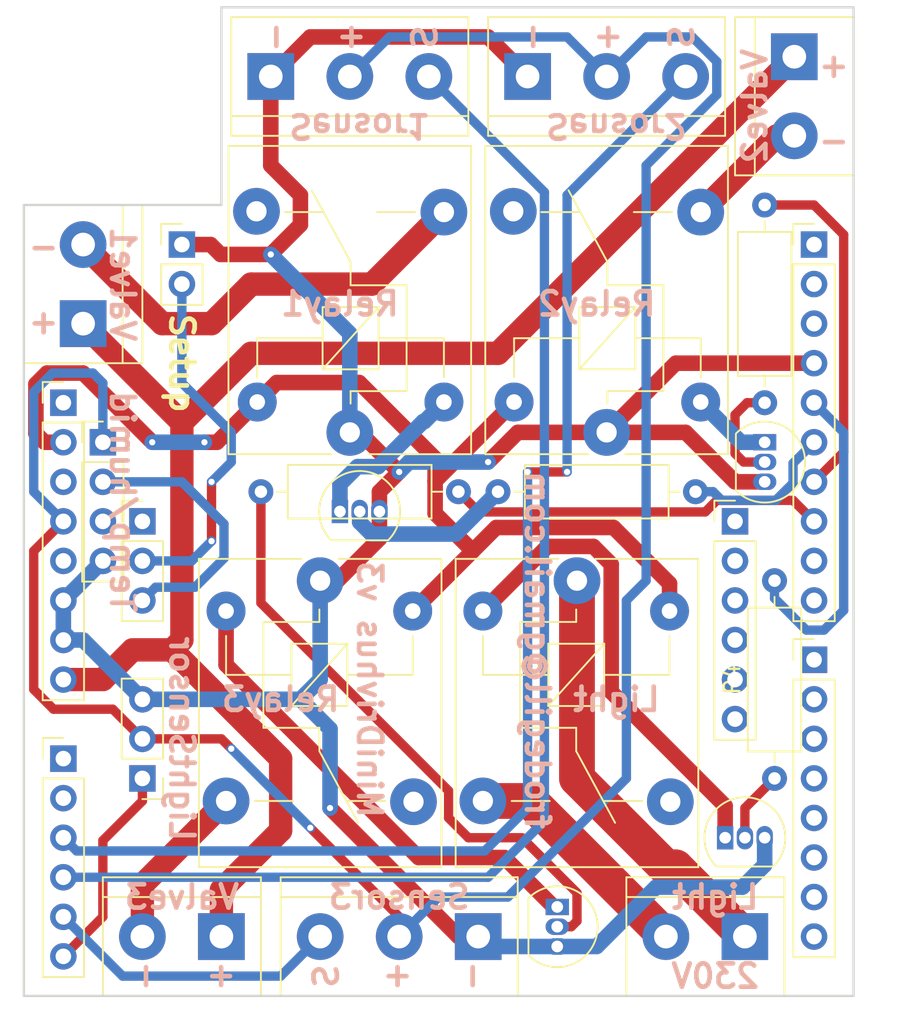
<source format=kicad_pcb>
(kicad_pcb (version 20171130) (host pcbnew 5.0.2+dfsg1-1)

  (general
    (thickness 1.6)
    (drawings 29)
    (tracks 235)
    (zones 0)
    (modules 28)
    (nets 58)
  )

  (page A4)
  (layers
    (0 F.Cu signal)
    (31 B.Cu signal)
    (32 B.Adhes user)
    (33 F.Adhes user)
    (34 B.Paste user)
    (35 F.Paste user)
    (36 B.SilkS user)
    (37 F.SilkS user)
    (38 B.Mask user)
    (39 F.Mask user)
    (40 Dwgs.User user)
    (41 Cmts.User user)
    (42 Eco1.User user)
    (43 Eco2.User user)
    (44 Edge.Cuts user)
    (45 Margin user)
    (46 B.CrtYd user)
    (47 F.CrtYd user)
    (48 B.Fab user)
    (49 F.Fab user)
  )

  (setup
    (last_trace_width 2.3)
    (user_trace_width 0.6)
    (user_trace_width 1)
    (user_trace_width 1.5)
    (user_trace_width 2.3)
    (trace_clearance 0.2)
    (zone_clearance 0.508)
    (zone_45_only no)
    (trace_min 0.2)
    (segment_width 0.2)
    (edge_width 0.15)
    (via_size 0.6)
    (via_drill 0.4)
    (via_min_size 0.4)
    (via_min_drill 0.3)
    (uvia_size 0.3)
    (uvia_drill 0.1)
    (uvias_allowed no)
    (uvia_min_size 0.2)
    (uvia_min_drill 0.1)
    (pcb_text_width 0.3)
    (pcb_text_size 1.5 1.5)
    (mod_edge_width 0.15)
    (mod_text_size 1 1)
    (mod_text_width 0.15)
    (pad_size 1.524 1.524)
    (pad_drill 0.762)
    (pad_to_mask_clearance 0.051)
    (solder_mask_min_width 0.25)
    (aux_axis_origin 0 0)
    (visible_elements FFFFFF7F)
    (pcbplotparams
      (layerselection 0x010fc_ffffffff)
      (usegerberextensions false)
      (usegerberattributes false)
      (usegerberadvancedattributes false)
      (creategerberjobfile false)
      (excludeedgelayer true)
      (linewidth 0.100000)
      (plotframeref false)
      (viasonmask false)
      (mode 1)
      (useauxorigin false)
      (hpglpennumber 1)
      (hpglpenspeed 20)
      (hpglpendiameter 15.000000)
      (psnegative false)
      (psa4output false)
      (plotreference true)
      (plotvalue true)
      (plotinvisibletext false)
      (padsonsilk false)
      (subtractmaskfromsilk false)
      (outputformat 1)
      (mirror false)
      (drillshape 0)
      (scaleselection 1)
      (outputdirectory "/tmp/kicad/"))
  )

  (net 0 "")
  (net 1 "Net-(J1-Pad8)")
  (net 2 "Net-(J1-Pad6)")
  (net 3 "Net-(J1-Pad5)")
  (net 4 "Net-(J1-Pad4)")
  (net 5 "Net-(J1-Pad3)")
  (net 6 "Net-(J1-Pad2)")
  (net 7 "Net-(J1-Pad1)")
  (net 8 "Net-(J2-Pad1)")
  (net 9 "Net-(J2-Pad2)")
  (net 10 "Net-(J13-Pad3)")
  (net 11 "Net-(J2-Pad4)")
  (net 12 "Net-(J2-Pad5)")
  (net 13 "Net-(J10-Pad1)")
  (net 14 "Net-(J3-Pad3)")
  (net 15 "Net-(J3-Pad2)")
  (net 16 "Net-(J3-Pad1)")
  (net 17 "Net-(J6-Pad3)")
  (net 18 "Net-(J8-Pad2)")
  (net 19 "Net-(J9-Pad2)")
  (net 20 "Net-(J11-Pad1)")
  (net 21 "Net-(J11-Pad2)")
  (net 22 "Net-(J12-Pad2)")
  (net 23 "Net-(J14-Pad6)")
  (net 24 "Net-(J14-Pad5)")
  (net 25 "Net-(J14-Pad4)")
  (net 26 "Net-(J14-Pad3)")
  (net 27 "Net-(J14-Pad2)")
  (net 28 "Net-(J14-Pad1)")
  (net 29 "Net-(J15-Pad1)")
  (net 30 "Net-(J15-Pad2)")
  (net 31 "Net-(J15-Pad3)")
  (net 32 "Net-(J15-Pad5)")
  (net 33 "Net-(J15-Pad6)")
  (net 34 "Net-(J15-Pad7)")
  (net 35 "Net-(J15-Pad8)")
  (net 36 "Net-(J15-Pad9)")
  (net 37 "Net-(J15-Pad10)")
  (net 38 "Net-(J16-Pad1)")
  (net 39 "Net-(J16-Pad2)")
  (net 40 "Net-(J16-Pad3)")
  (net 41 "Net-(J16-Pad4)")
  (net 42 "Net-(J16-Pad5)")
  (net 43 "Net-(J16-Pad6)")
  (net 44 "Net-(J16-Pad7)")
  (net 45 "Net-(J16-Pad8)")
  (net 46 "Net-(K1-Pad2)")
  (net 47 "Net-(K2-Pad2)")
  (net 48 "Net-(K3-Pad2)")
  (net 49 "Net-(K4-Pad2)")
  (net 50 "Net-(Q1-Pad2)")
  (net 51 "Net-(Q2-Pad2)")
  (net 52 "Net-(Q3-Pad2)")
  (net 53 "Net-(Q4-Pad2)")
  (net 54 "Net-(K1-Pad4)")
  (net 55 "Net-(K2-Pad4)")
  (net 56 "Net-(K3-Pad4)")
  (net 57 "Net-(K4-Pad4)")

  (net_class Default "This is the default net class."
    (clearance 0.2)
    (trace_width 0.25)
    (via_dia 0.6)
    (via_drill 0.4)
    (uvia_dia 0.3)
    (uvia_drill 0.1)
    (add_net "Net-(J1-Pad1)")
    (add_net "Net-(J1-Pad2)")
    (add_net "Net-(J1-Pad3)")
    (add_net "Net-(J1-Pad4)")
    (add_net "Net-(J1-Pad5)")
    (add_net "Net-(J1-Pad6)")
    (add_net "Net-(J1-Pad8)")
    (add_net "Net-(J10-Pad1)")
    (add_net "Net-(J11-Pad1)")
    (add_net "Net-(J11-Pad2)")
    (add_net "Net-(J12-Pad2)")
    (add_net "Net-(J13-Pad3)")
    (add_net "Net-(J14-Pad1)")
    (add_net "Net-(J14-Pad2)")
    (add_net "Net-(J14-Pad3)")
    (add_net "Net-(J14-Pad4)")
    (add_net "Net-(J14-Pad5)")
    (add_net "Net-(J14-Pad6)")
    (add_net "Net-(J15-Pad1)")
    (add_net "Net-(J15-Pad10)")
    (add_net "Net-(J15-Pad2)")
    (add_net "Net-(J15-Pad3)")
    (add_net "Net-(J15-Pad5)")
    (add_net "Net-(J15-Pad6)")
    (add_net "Net-(J15-Pad7)")
    (add_net "Net-(J15-Pad8)")
    (add_net "Net-(J15-Pad9)")
    (add_net "Net-(J16-Pad1)")
    (add_net "Net-(J16-Pad2)")
    (add_net "Net-(J16-Pad3)")
    (add_net "Net-(J16-Pad4)")
    (add_net "Net-(J16-Pad5)")
    (add_net "Net-(J16-Pad6)")
    (add_net "Net-(J16-Pad7)")
    (add_net "Net-(J16-Pad8)")
    (add_net "Net-(J2-Pad1)")
    (add_net "Net-(J2-Pad2)")
    (add_net "Net-(J2-Pad4)")
    (add_net "Net-(J2-Pad5)")
    (add_net "Net-(J3-Pad1)")
    (add_net "Net-(J3-Pad2)")
    (add_net "Net-(J3-Pad3)")
    (add_net "Net-(J6-Pad3)")
    (add_net "Net-(J8-Pad2)")
    (add_net "Net-(J9-Pad2)")
    (add_net "Net-(K1-Pad2)")
    (add_net "Net-(K1-Pad4)")
    (add_net "Net-(K2-Pad2)")
    (add_net "Net-(K2-Pad4)")
    (add_net "Net-(K3-Pad2)")
    (add_net "Net-(K3-Pad4)")
    (add_net "Net-(K4-Pad2)")
    (add_net "Net-(K4-Pad4)")
    (add_net "Net-(Q1-Pad2)")
    (add_net "Net-(Q2-Pad2)")
    (add_net "Net-(Q3-Pad2)")
    (add_net "Net-(Q4-Pad2)")
  )

  (net_class 12V ""
    (clearance 0.2)
    (trace_width 0.25)
    (via_dia 1.5)
    (via_drill 0.4)
    (uvia_dia 0.3)
    (uvia_drill 0.1)
  )

  (net_class 5V ""
    (clearance 0.2)
    (trace_width 0.25)
    (via_dia 1)
    (via_drill 0.4)
    (uvia_dia 0.3)
    (uvia_drill 0.1)
  )

  (module Connector_PinHeader_2.54mm:PinHeader_1x08_P2.54mm_Vertical (layer F.Cu) (tedit 5CC9AC3B) (tstamp 5CD6B0A3)
    (at 58.42 68.58)
    (descr "Through hole straight pin header, 1x08, 2.54mm pitch, single row")
    (tags "Through hole pin header THT 1x08 2.54mm single row")
    (path /5CC95E90)
    (fp_text reference "" (at 0 -2.33) (layer F.SilkS)
      (effects (font (size 1 1) (thickness 0.15)))
    )
    (fp_text value i00-vn (at 0 20.11) (layer F.Fab)
      (effects (font (size 1 1) (thickness 0.15)))
    )
    (fp_text user %R (at 0 8.89 90) (layer F.Fab)
      (effects (font (size 1 1) (thickness 0.15)))
    )
    (fp_line (start 1.8 -1.8) (end -1.8 -1.8) (layer F.CrtYd) (width 0.05))
    (fp_line (start 1.8 19.55) (end 1.8 -1.8) (layer F.CrtYd) (width 0.05))
    (fp_line (start -1.8 19.55) (end 1.8 19.55) (layer F.CrtYd) (width 0.05))
    (fp_line (start -1.8 -1.8) (end -1.8 19.55) (layer F.CrtYd) (width 0.05))
    (fp_line (start -1.33 -1.33) (end 0 -1.33) (layer F.SilkS) (width 0.12))
    (fp_line (start -1.33 0) (end -1.33 -1.33) (layer F.SilkS) (width 0.12))
    (fp_line (start -1.33 1.27) (end 1.33 1.27) (layer F.SilkS) (width 0.12))
    (fp_line (start 1.33 1.27) (end 1.33 19.11) (layer F.SilkS) (width 0.12))
    (fp_line (start -1.33 1.27) (end -1.33 19.11) (layer F.SilkS) (width 0.12))
    (fp_line (start -1.33 19.11) (end 1.33 19.11) (layer F.SilkS) (width 0.12))
    (fp_line (start -1.27 -0.635) (end -0.635 -1.27) (layer F.Fab) (width 0.1))
    (fp_line (start -1.27 19.05) (end -1.27 -0.635) (layer F.Fab) (width 0.1))
    (fp_line (start 1.27 19.05) (end -1.27 19.05) (layer F.Fab) (width 0.1))
    (fp_line (start 1.27 -1.27) (end 1.27 19.05) (layer F.Fab) (width 0.1))
    (fp_line (start -0.635 -1.27) (end 1.27 -1.27) (layer F.Fab) (width 0.1))
    (pad 8 thru_hole oval (at 0 17.78) (size 1.7 1.7) (drill 1) (layers *.Cu *.Mask)
      (net 1 "Net-(J1-Pad8)"))
    (pad 7 thru_hole oval (at 0 15.24) (size 1.7 1.7) (drill 1) (layers *.Cu *.Mask)
      (net 2 "Net-(J1-Pad6)"))
    (pad 6 thru_hole oval (at 0 12.7) (size 1.7 1.7) (drill 1) (layers *.Cu *.Mask)
      (net 2 "Net-(J1-Pad6)"))
    (pad 5 thru_hole oval (at 0 10.16) (size 1.7 1.7) (drill 1) (layers *.Cu *.Mask)
      (net 3 "Net-(J1-Pad5)"))
    (pad 4 thru_hole oval (at 0 7.62) (size 1.7 1.7) (drill 1) (layers *.Cu *.Mask)
      (net 4 "Net-(J1-Pad4)"))
    (pad 3 thru_hole oval (at 0 5.08) (size 1.7 1.7) (drill 1) (layers *.Cu *.Mask)
      (net 5 "Net-(J1-Pad3)"))
    (pad 2 thru_hole oval (at 0 2.54) (size 1.7 1.7) (drill 1) (layers *.Cu *.Mask)
      (net 6 "Net-(J1-Pad2)"))
    (pad 1 thru_hole rect (at 0 0) (size 1.7 1.7) (drill 1) (layers *.Cu *.Mask)
      (net 7 "Net-(J1-Pad1)"))
    (model ${KISYS3DMOD}/Connector_PinHeader_2.54mm.3dshapes/PinHeader_1x08_P2.54mm_Vertical.wrl
      (at (xyz 0 0 0))
      (scale (xyz 1 1 1))
      (rotate (xyz 0 0 0))
    )
  )

  (module Connector_PinHeader_2.54mm:PinHeader_1x06_P2.54mm_Vertical (layer F.Cu) (tedit 5CC9ABDB) (tstamp 5CD6ABB2)
    (at 58.42 91.44)
    (descr "Through hole straight pin header, 1x06, 2.54mm pitch, single row")
    (tags "Through hole pin header THT 1x06 2.54mm single row")
    (path /5CC95C3C)
    (fp_text reference "" (at 0 -2.33) (layer F.SilkS)
      (effects (font (size 1 1) (thickness 0.15)))
    )
    (fp_text value io2-i039 (at 0 15.03) (layer F.Fab)
      (effects (font (size 1 1) (thickness 0.15)))
    )
    (fp_line (start -0.635 -1.27) (end 1.27 -1.27) (layer F.Fab) (width 0.1))
    (fp_line (start 1.27 -1.27) (end 1.27 13.97) (layer F.Fab) (width 0.1))
    (fp_line (start 1.27 13.97) (end -1.27 13.97) (layer F.Fab) (width 0.1))
    (fp_line (start -1.27 13.97) (end -1.27 -0.635) (layer F.Fab) (width 0.1))
    (fp_line (start -1.27 -0.635) (end -0.635 -1.27) (layer F.Fab) (width 0.1))
    (fp_line (start -1.33 14.03) (end 1.33 14.03) (layer F.SilkS) (width 0.12))
    (fp_line (start -1.33 1.27) (end -1.33 14.03) (layer F.SilkS) (width 0.12))
    (fp_line (start 1.33 1.27) (end 1.33 14.03) (layer F.SilkS) (width 0.12))
    (fp_line (start -1.33 1.27) (end 1.33 1.27) (layer F.SilkS) (width 0.12))
    (fp_line (start -1.33 0) (end -1.33 -1.33) (layer F.SilkS) (width 0.12))
    (fp_line (start -1.33 -1.33) (end 0 -1.33) (layer F.SilkS) (width 0.12))
    (fp_line (start -1.8 -1.8) (end -1.8 14.5) (layer F.CrtYd) (width 0.05))
    (fp_line (start -1.8 14.5) (end 1.8 14.5) (layer F.CrtYd) (width 0.05))
    (fp_line (start 1.8 14.5) (end 1.8 -1.8) (layer F.CrtYd) (width 0.05))
    (fp_line (start 1.8 -1.8) (end -1.8 -1.8) (layer F.CrtYd) (width 0.05))
    (fp_text user %R (at 0 6.35 90) (layer F.Fab)
      (effects (font (size 1 1) (thickness 0.15)))
    )
    (pad 1 thru_hole rect (at 0 0) (size 1.7 1.7) (drill 1) (layers *.Cu *.Mask)
      (net 8 "Net-(J2-Pad1)"))
    (pad 2 thru_hole oval (at 0 2.54) (size 1.7 1.7) (drill 1) (layers *.Cu *.Mask)
      (net 9 "Net-(J2-Pad2)"))
    (pad 3 thru_hole oval (at 0 5.08) (size 1.7 1.7) (drill 1) (layers *.Cu *.Mask)
      (net 10 "Net-(J13-Pad3)"))
    (pad 4 thru_hole oval (at 0 7.62) (size 1.7 1.7) (drill 1) (layers *.Cu *.Mask)
      (net 11 "Net-(J2-Pad4)"))
    (pad 5 thru_hole oval (at 0 10.16) (size 1.7 1.7) (drill 1) (layers *.Cu *.Mask)
      (net 12 "Net-(J2-Pad5)"))
    (pad 6 thru_hole oval (at 0 12.7) (size 1.7 1.7) (drill 1) (layers *.Cu *.Mask)
      (net 13 "Net-(J10-Pad1)"))
    (model ${KISYS3DMOD}/Connector_PinHeader_2.54mm.3dshapes/PinHeader_1x06_P2.54mm_Vertical.wrl
      (at (xyz 0 0 0))
      (scale (xyz 1 1 1))
      (rotate (xyz 0 0 0))
    )
  )

  (module Connector_PinHeader_2.54mm:PinHeader_1x03_P2.54mm_Vertical (layer F.Cu) (tedit 5CC99E6E) (tstamp 5CD6B05C)
    (at 63.5 76.2)
    (descr "Through hole straight pin header, 1x03, 2.54mm pitch, single row")
    (tags "Through hole pin header THT 1x03 2.54mm single row")
    (path /5CC9602A)
    (fp_text reference "" (at 0 -2.33) (layer F.SilkS)
      (effects (font (size 1 1) (thickness 0.15)))
    )
    (fp_text value i015-i032 (at 0 7.41) (layer F.Fab)
      (effects (font (size 1 1) (thickness 0.15)))
    )
    (fp_text user %R (at 0 2.54 90) (layer F.Fab)
      (effects (font (size 1 1) (thickness 0.15)))
    )
    (fp_line (start 1.8 -1.8) (end -1.8 -1.8) (layer F.CrtYd) (width 0.05))
    (fp_line (start 1.8 6.85) (end 1.8 -1.8) (layer F.CrtYd) (width 0.05))
    (fp_line (start -1.8 6.85) (end 1.8 6.85) (layer F.CrtYd) (width 0.05))
    (fp_line (start -1.8 -1.8) (end -1.8 6.85) (layer F.CrtYd) (width 0.05))
    (fp_line (start -1.33 -1.33) (end 0 -1.33) (layer F.SilkS) (width 0.12))
    (fp_line (start -1.33 0) (end -1.33 -1.33) (layer F.SilkS) (width 0.12))
    (fp_line (start -1.33 1.27) (end 1.33 1.27) (layer F.SilkS) (width 0.12))
    (fp_line (start 1.33 1.27) (end 1.33 6.41) (layer F.SilkS) (width 0.12))
    (fp_line (start -1.33 1.27) (end -1.33 6.41) (layer F.SilkS) (width 0.12))
    (fp_line (start -1.33 6.41) (end 1.33 6.41) (layer F.SilkS) (width 0.12))
    (fp_line (start -1.27 -0.635) (end -0.635 -1.27) (layer F.Fab) (width 0.1))
    (fp_line (start -1.27 6.35) (end -1.27 -0.635) (layer F.Fab) (width 0.1))
    (fp_line (start 1.27 6.35) (end -1.27 6.35) (layer F.Fab) (width 0.1))
    (fp_line (start 1.27 -1.27) (end 1.27 6.35) (layer F.Fab) (width 0.1))
    (fp_line (start -0.635 -1.27) (end 1.27 -1.27) (layer F.Fab) (width 0.1))
    (pad 3 thru_hole oval (at 0 5.08) (size 1.7 1.7) (drill 1) (layers *.Cu *.Mask)
      (net 14 "Net-(J3-Pad3)"))
    (pad 2 thru_hole oval (at 0 2.54) (size 1.7 1.7) (drill 1) (layers *.Cu *.Mask)
      (net 15 "Net-(J3-Pad2)"))
    (pad 1 thru_hole rect (at 0 0) (size 1.7 1.7) (drill 1) (layers *.Cu *.Mask)
      (net 16 "Net-(J3-Pad1)"))
    (model ${KISYS3DMOD}/Connector_PinHeader_2.54mm.3dshapes/PinHeader_1x03_P2.54mm_Vertical.wrl
      (at (xyz 0 0 0))
      (scale (xyz 1 1 1))
      (rotate (xyz 0 0 0))
    )
  )

  (module Connector_PinHeader_2.54mm:PinHeader_1x02_P2.54mm_Vertical (layer F.Cu) (tedit 5CC9AC00) (tstamp 5CD6B835)
    (at 66.04 58.42)
    (descr "Through hole straight pin header, 1x02, 2.54mm pitch, single row")
    (tags "Through hole pin header THT 1x02 2.54mm single row")
    (path /5CC99C0A)
    (fp_text reference "" (at 0 -2.33) (layer F.SilkS)
      (effects (font (size 1 1) (thickness 0.15)))
    )
    (fp_text value Setup (at 0 4.87) (layer F.Fab)
      (effects (font (size 1 1) (thickness 0.15)))
    )
    (fp_line (start -0.635 -1.27) (end 1.27 -1.27) (layer F.Fab) (width 0.1))
    (fp_line (start 1.27 -1.27) (end 1.27 3.81) (layer F.Fab) (width 0.1))
    (fp_line (start 1.27 3.81) (end -1.27 3.81) (layer F.Fab) (width 0.1))
    (fp_line (start -1.27 3.81) (end -1.27 -0.635) (layer F.Fab) (width 0.1))
    (fp_line (start -1.27 -0.635) (end -0.635 -1.27) (layer F.Fab) (width 0.1))
    (fp_line (start -1.33 3.87) (end 1.33 3.87) (layer F.SilkS) (width 0.12))
    (fp_line (start -1.33 1.27) (end -1.33 3.87) (layer F.SilkS) (width 0.12))
    (fp_line (start 1.33 1.27) (end 1.33 3.87) (layer F.SilkS) (width 0.12))
    (fp_line (start -1.33 1.27) (end 1.33 1.27) (layer F.SilkS) (width 0.12))
    (fp_line (start -1.33 0) (end -1.33 -1.33) (layer F.SilkS) (width 0.12))
    (fp_line (start -1.33 -1.33) (end 0 -1.33) (layer F.SilkS) (width 0.12))
    (fp_line (start -1.8 -1.8) (end -1.8 4.35) (layer F.CrtYd) (width 0.05))
    (fp_line (start -1.8 4.35) (end 1.8 4.35) (layer F.CrtYd) (width 0.05))
    (fp_line (start 1.8 4.35) (end 1.8 -1.8) (layer F.CrtYd) (width 0.05))
    (fp_line (start 1.8 -1.8) (end -1.8 -1.8) (layer F.CrtYd) (width 0.05))
    (fp_text user %R (at 0 1.27 90) (layer F.Fab)
      (effects (font (size 1 1) (thickness 0.15)))
    )
    (pad 1 thru_hole rect (at 0 0) (size 1.7 1.7) (drill 1) (layers *.Cu *.Mask)
      (net 2 "Net-(J1-Pad6)"))
    (pad 2 thru_hole oval (at 0 2.54) (size 1.7 1.7) (drill 1) (layers *.Cu *.Mask)
      (net 15 "Net-(J3-Pad2)"))
    (model ${KISYS3DMOD}/Connector_PinHeader_2.54mm.3dshapes/PinHeader_1x02_P2.54mm_Vertical.wrl
      (at (xyz 0 0 0))
      (scale (xyz 1 1 1))
      (rotate (xyz 0 0 0))
    )
  )

  (module TerminalBlock:TerminalBlock_bornier-3_P5.08mm (layer F.Cu) (tedit 5CC9AC4B) (tstamp 5CD6AFDD)
    (at 85.09 102.87 180)
    (descr "simple 3-pin terminal block, pitch 5.08mm, revamped version of bornier3")
    (tags "terminal block bornier3")
    (path /5CC9A924)
    (fp_text reference "" (at 5.05 -4.65 180) (layer F.SilkS)
      (effects (font (size 1 1) (thickness 0.15)))
    )
    (fp_text value Sensor3 (at 5.08 5.08 180) (layer F.Fab)
      (effects (font (size 1 1) (thickness 0.15)))
    )
    (fp_text user %R (at 5.08 0 180) (layer F.Fab)
      (effects (font (size 1 1) (thickness 0.15)))
    )
    (fp_line (start -2.47 2.55) (end 12.63 2.55) (layer F.Fab) (width 0.1))
    (fp_line (start -2.47 -3.75) (end 12.63 -3.75) (layer F.Fab) (width 0.1))
    (fp_line (start 12.63 -3.75) (end 12.63 3.75) (layer F.Fab) (width 0.1))
    (fp_line (start 12.63 3.75) (end -2.47 3.75) (layer F.Fab) (width 0.1))
    (fp_line (start -2.47 3.75) (end -2.47 -3.75) (layer F.Fab) (width 0.1))
    (fp_line (start -2.54 3.81) (end -2.54 -3.81) (layer F.SilkS) (width 0.12))
    (fp_line (start 12.7 3.81) (end 12.7 -3.81) (layer F.SilkS) (width 0.12))
    (fp_line (start -2.54 2.54) (end 12.7 2.54) (layer F.SilkS) (width 0.12))
    (fp_line (start -2.54 -3.81) (end 12.7 -3.81) (layer F.SilkS) (width 0.12))
    (fp_line (start -2.54 3.81) (end 12.7 3.81) (layer F.SilkS) (width 0.12))
    (fp_line (start -2.72 -4) (end 12.88 -4) (layer F.CrtYd) (width 0.05))
    (fp_line (start -2.72 -4) (end -2.72 4) (layer F.CrtYd) (width 0.05))
    (fp_line (start 12.88 4) (end 12.88 -4) (layer F.CrtYd) (width 0.05))
    (fp_line (start 12.88 4) (end -2.72 4) (layer F.CrtYd) (width 0.05))
    (pad 1 thru_hole rect (at 0 0 180) (size 3 3) (drill 1.52) (layers *.Cu *.Mask)
      (net 2 "Net-(J1-Pad6)"))
    (pad 2 thru_hole circle (at 5.08 0 180) (size 3 3) (drill 1.52) (layers *.Cu *.Mask)
      (net 4 "Net-(J1-Pad4)"))
    (pad 3 thru_hole circle (at 10.16 0 180) (size 3 3) (drill 1.52) (layers *.Cu *.Mask)
      (net 12 "Net-(J2-Pad5)"))
    (model ${KISYS3DMOD}/TerminalBlock.3dshapes/TerminalBlock_bornier-3_P5.08mm.wrl
      (offset (xyz 5.079999923706055 0 0))
      (scale (xyz 1 1 1))
      (rotate (xyz 0 0 0))
    )
  )

  (module Connector_PinHeader_2.54mm:PinHeader_1x04_P2.54mm_Vertical (layer F.Cu) (tedit 5CC99E75) (tstamp 5CD6ABFB)
    (at 60.96 71.12)
    (descr "Through hole straight pin header, 1x04, 2.54mm pitch, single row")
    (tags "Through hole pin header THT 1x04 2.54mm single row")
    (path /5CC96B92)
    (fp_text reference "" (at 0 -2.33) (layer F.SilkS)
      (effects (font (size 1 1) (thickness 0.15)))
    )
    (fp_text value DHT22 (at 0 9.95) (layer F.Fab)
      (effects (font (size 1 1) (thickness 0.15)))
    )
    (fp_line (start -0.635 -1.27) (end 1.27 -1.27) (layer F.Fab) (width 0.1))
    (fp_line (start 1.27 -1.27) (end 1.27 8.89) (layer F.Fab) (width 0.1))
    (fp_line (start 1.27 8.89) (end -1.27 8.89) (layer F.Fab) (width 0.1))
    (fp_line (start -1.27 8.89) (end -1.27 -0.635) (layer F.Fab) (width 0.1))
    (fp_line (start -1.27 -0.635) (end -0.635 -1.27) (layer F.Fab) (width 0.1))
    (fp_line (start -1.33 8.95) (end 1.33 8.95) (layer F.SilkS) (width 0.12))
    (fp_line (start -1.33 1.27) (end -1.33 8.95) (layer F.SilkS) (width 0.12))
    (fp_line (start 1.33 1.27) (end 1.33 8.95) (layer F.SilkS) (width 0.12))
    (fp_line (start -1.33 1.27) (end 1.33 1.27) (layer F.SilkS) (width 0.12))
    (fp_line (start -1.33 0) (end -1.33 -1.33) (layer F.SilkS) (width 0.12))
    (fp_line (start -1.33 -1.33) (end 0 -1.33) (layer F.SilkS) (width 0.12))
    (fp_line (start -1.8 -1.8) (end -1.8 9.4) (layer F.CrtYd) (width 0.05))
    (fp_line (start -1.8 9.4) (end 1.8 9.4) (layer F.CrtYd) (width 0.05))
    (fp_line (start 1.8 9.4) (end 1.8 -1.8) (layer F.CrtYd) (width 0.05))
    (fp_line (start 1.8 -1.8) (end -1.8 -1.8) (layer F.CrtYd) (width 0.05))
    (fp_text user %R (at 0 3.81 90) (layer F.Fab)
      (effects (font (size 1 1) (thickness 0.15)))
    )
    (pad 1 thru_hole rect (at 0 0) (size 1.7 1.7) (drill 1) (layers *.Cu *.Mask)
      (net 4 "Net-(J1-Pad4)"))
    (pad 2 thru_hole oval (at 0 2.54) (size 1.7 1.7) (drill 1) (layers *.Cu *.Mask)
      (net 14 "Net-(J3-Pad3)"))
    (pad 3 thru_hole oval (at 0 5.08) (size 1.7 1.7) (drill 1) (layers *.Cu *.Mask)
      (net 17 "Net-(J6-Pad3)"))
    (pad 4 thru_hole oval (at 0 7.62) (size 1.7 1.7) (drill 1) (layers *.Cu *.Mask)
      (net 2 "Net-(J1-Pad6)"))
    (model ${KISYS3DMOD}/Connector_PinHeader_2.54mm.3dshapes/PinHeader_1x04_P2.54mm_Vertical.wrl
      (at (xyz 0 0 0))
      (scale (xyz 1 1 1))
      (rotate (xyz 0 0 0))
    )
  )

  (module TerminalBlock:TerminalBlock_bornier-3_P5.08mm (layer F.Cu) (tedit 5CC9ABE3) (tstamp 5CD6AF5F)
    (at 71.755 47.625)
    (descr "simple 3-pin terminal block, pitch 5.08mm, revamped version of bornier3")
    (tags "terminal block bornier3")
    (path /5CC9A690)
    (fp_text reference "" (at 5.05 -4.65) (layer F.SilkS)
      (effects (font (size 1 1) (thickness 0.15)))
    )
    (fp_text value Sensor1 (at 5.08 5.08) (layer F.Fab)
      (effects (font (size 1 1) (thickness 0.15)))
    )
    (fp_text user %R (at 5.08 0) (layer F.Fab)
      (effects (font (size 1 1) (thickness 0.15)))
    )
    (fp_line (start -2.47 2.55) (end 12.63 2.55) (layer F.Fab) (width 0.1))
    (fp_line (start -2.47 -3.75) (end 12.63 -3.75) (layer F.Fab) (width 0.1))
    (fp_line (start 12.63 -3.75) (end 12.63 3.75) (layer F.Fab) (width 0.1))
    (fp_line (start 12.63 3.75) (end -2.47 3.75) (layer F.Fab) (width 0.1))
    (fp_line (start -2.47 3.75) (end -2.47 -3.75) (layer F.Fab) (width 0.1))
    (fp_line (start -2.54 3.81) (end -2.54 -3.81) (layer F.SilkS) (width 0.12))
    (fp_line (start 12.7 3.81) (end 12.7 -3.81) (layer F.SilkS) (width 0.12))
    (fp_line (start -2.54 2.54) (end 12.7 2.54) (layer F.SilkS) (width 0.12))
    (fp_line (start -2.54 -3.81) (end 12.7 -3.81) (layer F.SilkS) (width 0.12))
    (fp_line (start -2.54 3.81) (end 12.7 3.81) (layer F.SilkS) (width 0.12))
    (fp_line (start -2.72 -4) (end 12.88 -4) (layer F.CrtYd) (width 0.05))
    (fp_line (start -2.72 -4) (end -2.72 4) (layer F.CrtYd) (width 0.05))
    (fp_line (start 12.88 4) (end 12.88 -4) (layer F.CrtYd) (width 0.05))
    (fp_line (start 12.88 4) (end -2.72 4) (layer F.CrtYd) (width 0.05))
    (pad 1 thru_hole rect (at 0 0) (size 3 3) (drill 1.52) (layers *.Cu *.Mask)
      (net 2 "Net-(J1-Pad6)"))
    (pad 2 thru_hole circle (at 5.08 0) (size 3 3) (drill 1.52) (layers *.Cu *.Mask)
      (net 4 "Net-(J1-Pad4)"))
    (pad 3 thru_hole circle (at 10.16 0) (size 3 3) (drill 1.52) (layers *.Cu *.Mask)
      (net 11 "Net-(J2-Pad4)"))
    (model ${KISYS3DMOD}/TerminalBlock.3dshapes/TerminalBlock_bornier-3_P5.08mm.wrl
      (offset (xyz 5.079999923706055 0 0))
      (scale (xyz 1 1 1))
      (rotate (xyz 0 0 0))
    )
  )

  (module TerminalBlock:TerminalBlock_bornier-2_P5.08mm (layer F.Cu) (tedit 5CC9AC4E) (tstamp 5CD6AF22)
    (at 68.58 102.87 180)
    (descr "simple 2-pin terminal block, pitch 5.08mm, revamped version of bornier2")
    (tags "terminal block bornier2")
    (path /5CC9A2A8)
    (fp_text reference "" (at 2.54 -5.08 180) (layer F.SilkS)
      (effects (font (size 1 1) (thickness 0.15)))
    )
    (fp_text value Valve3 (at 2.54 5.08 180) (layer F.Fab)
      (effects (font (size 1 1) (thickness 0.15)))
    )
    (fp_line (start 7.79 4) (end -2.71 4) (layer F.CrtYd) (width 0.05))
    (fp_line (start 7.79 4) (end 7.79 -4) (layer F.CrtYd) (width 0.05))
    (fp_line (start -2.71 -4) (end -2.71 4) (layer F.CrtYd) (width 0.05))
    (fp_line (start -2.71 -4) (end 7.79 -4) (layer F.CrtYd) (width 0.05))
    (fp_line (start -2.54 3.81) (end 7.62 3.81) (layer F.SilkS) (width 0.12))
    (fp_line (start -2.54 -3.81) (end -2.54 3.81) (layer F.SilkS) (width 0.12))
    (fp_line (start 7.62 -3.81) (end -2.54 -3.81) (layer F.SilkS) (width 0.12))
    (fp_line (start 7.62 3.81) (end 7.62 -3.81) (layer F.SilkS) (width 0.12))
    (fp_line (start 7.62 2.54) (end -2.54 2.54) (layer F.SilkS) (width 0.12))
    (fp_line (start 7.54 -3.75) (end -2.46 -3.75) (layer F.Fab) (width 0.1))
    (fp_line (start 7.54 3.75) (end 7.54 -3.75) (layer F.Fab) (width 0.1))
    (fp_line (start -2.46 3.75) (end 7.54 3.75) (layer F.Fab) (width 0.1))
    (fp_line (start -2.46 -3.75) (end -2.46 3.75) (layer F.Fab) (width 0.1))
    (fp_line (start -2.41 2.55) (end 7.49 2.55) (layer F.Fab) (width 0.1))
    (fp_text user %R (at 2.54 0 180) (layer F.Fab)
      (effects (font (size 1 1) (thickness 0.15)))
    )
    (pad 2 thru_hole circle (at 5.08 0 180) (size 3 3) (drill 1.52) (layers *.Cu *.Mask)
      (net 18 "Net-(J8-Pad2)"))
    (pad 1 thru_hole rect (at 0 0 180) (size 3 3) (drill 1.52) (layers *.Cu *.Mask)
      (net 1 "Net-(J1-Pad8)"))
    (model ${KISYS3DMOD}/TerminalBlock.3dshapes/TerminalBlock_bornier-2_P5.08mm.wrl
      (offset (xyz 2.539999961853027 0 0))
      (scale (xyz 1 1 1))
      (rotate (xyz 0 0 0))
    )
  )

  (module TerminalBlock:TerminalBlock_bornier-2_P5.08mm (layer F.Cu) (tedit 5CC99E80) (tstamp 5CD6AEE6)
    (at 59.69 63.5 90)
    (descr "simple 2-pin terminal block, pitch 5.08mm, revamped version of bornier2")
    (tags "terminal block bornier2")
    (path /5CC99FFD)
    (fp_text reference "" (at 2.54 -5.08 90) (layer F.SilkS)
      (effects (font (size 1 1) (thickness 0.15)))
    )
    (fp_text value Valve1 (at 2.54 5.08 90) (layer F.Fab)
      (effects (font (size 1 1) (thickness 0.15)))
    )
    (fp_line (start 7.79 4) (end -2.71 4) (layer F.CrtYd) (width 0.05))
    (fp_line (start 7.79 4) (end 7.79 -4) (layer F.CrtYd) (width 0.05))
    (fp_line (start -2.71 -4) (end -2.71 4) (layer F.CrtYd) (width 0.05))
    (fp_line (start -2.71 -4) (end 7.79 -4) (layer F.CrtYd) (width 0.05))
    (fp_line (start -2.54 3.81) (end 7.62 3.81) (layer F.SilkS) (width 0.12))
    (fp_line (start -2.54 -3.81) (end -2.54 3.81) (layer F.SilkS) (width 0.12))
    (fp_line (start 7.62 -3.81) (end -2.54 -3.81) (layer F.SilkS) (width 0.12))
    (fp_line (start 7.62 3.81) (end 7.62 -3.81) (layer F.SilkS) (width 0.12))
    (fp_line (start 7.62 2.54) (end -2.54 2.54) (layer F.SilkS) (width 0.12))
    (fp_line (start 7.54 -3.75) (end -2.46 -3.75) (layer F.Fab) (width 0.1))
    (fp_line (start 7.54 3.75) (end 7.54 -3.75) (layer F.Fab) (width 0.1))
    (fp_line (start -2.46 3.75) (end 7.54 3.75) (layer F.Fab) (width 0.1))
    (fp_line (start -2.46 -3.75) (end -2.46 3.75) (layer F.Fab) (width 0.1))
    (fp_line (start -2.41 2.55) (end 7.49 2.55) (layer F.Fab) (width 0.1))
    (fp_text user %R (at 2.54 0 90) (layer F.Fab)
      (effects (font (size 1 1) (thickness 0.15)))
    )
    (pad 2 thru_hole circle (at 5.08 0 90) (size 3 3) (drill 1.52) (layers *.Cu *.Mask)
      (net 19 "Net-(J9-Pad2)"))
    (pad 1 thru_hole rect (at 0 0 90) (size 3 3) (drill 1.52) (layers *.Cu *.Mask)
      (net 1 "Net-(J1-Pad8)"))
    (model ${KISYS3DMOD}/TerminalBlock.3dshapes/TerminalBlock_bornier-2_P5.08mm.wrl
      (offset (xyz 2.539999961853027 0 0))
      (scale (xyz 1 1 1))
      (rotate (xyz 0 0 0))
    )
  )

  (module Connector_PinHeader_2.54mm:PinHeader_1x03_P2.54mm_Vertical (layer F.Cu) (tedit 5CC9ABD5) (tstamp 5CD6C2E4)
    (at 63.5 92.71 180)
    (descr "Through hole straight pin header, 1x03, 2.54mm pitch, single row")
    (tags "Through hole pin header THT 1x03 2.54mm single row")
    (path /5CC96D8F)
    (fp_text reference "" (at 0 -2.33 180) (layer F.SilkS)
      (effects (font (size 1 1) (thickness 0.15)))
    )
    (fp_text value LightSensor (at 0 7.41 180) (layer F.Fab)
      (effects (font (size 1 1) (thickness 0.15)))
    )
    (fp_line (start -0.635 -1.27) (end 1.27 -1.27) (layer F.Fab) (width 0.1))
    (fp_line (start 1.27 -1.27) (end 1.27 6.35) (layer F.Fab) (width 0.1))
    (fp_line (start 1.27 6.35) (end -1.27 6.35) (layer F.Fab) (width 0.1))
    (fp_line (start -1.27 6.35) (end -1.27 -0.635) (layer F.Fab) (width 0.1))
    (fp_line (start -1.27 -0.635) (end -0.635 -1.27) (layer F.Fab) (width 0.1))
    (fp_line (start -1.33 6.41) (end 1.33 6.41) (layer F.SilkS) (width 0.12))
    (fp_line (start -1.33 1.27) (end -1.33 6.41) (layer F.SilkS) (width 0.12))
    (fp_line (start 1.33 1.27) (end 1.33 6.41) (layer F.SilkS) (width 0.12))
    (fp_line (start -1.33 1.27) (end 1.33 1.27) (layer F.SilkS) (width 0.12))
    (fp_line (start -1.33 0) (end -1.33 -1.33) (layer F.SilkS) (width 0.12))
    (fp_line (start -1.33 -1.33) (end 0 -1.33) (layer F.SilkS) (width 0.12))
    (fp_line (start -1.8 -1.8) (end -1.8 6.85) (layer F.CrtYd) (width 0.05))
    (fp_line (start -1.8 6.85) (end 1.8 6.85) (layer F.CrtYd) (width 0.05))
    (fp_line (start 1.8 6.85) (end 1.8 -1.8) (layer F.CrtYd) (width 0.05))
    (fp_line (start 1.8 -1.8) (end -1.8 -1.8) (layer F.CrtYd) (width 0.05))
    (fp_text user %R (at 0 2.54 270) (layer F.Fab)
      (effects (font (size 1 1) (thickness 0.15)))
    )
    (pad 1 thru_hole rect (at 0 0 180) (size 1.7 1.7) (drill 1) (layers *.Cu *.Mask)
      (net 13 "Net-(J10-Pad1)"))
    (pad 2 thru_hole oval (at 0 2.54 180) (size 1.7 1.7) (drill 1) (layers *.Cu *.Mask)
      (net 4 "Net-(J1-Pad4)"))
    (pad 3 thru_hole oval (at 0 5.08 180) (size 1.7 1.7) (drill 1) (layers *.Cu *.Mask)
      (net 2 "Net-(J1-Pad6)"))
    (model ${KISYS3DMOD}/Connector_PinHeader_2.54mm.3dshapes/PinHeader_1x03_P2.54mm_Vertical.wrl
      (at (xyz 0 0 0))
      (scale (xyz 1 1 1))
      (rotate (xyz 0 0 0))
    )
  )

  (module TerminalBlock:TerminalBlock_bornier-2_P5.08mm (layer F.Cu) (tedit 5CC9AC48) (tstamp 5CD6AE68)
    (at 102.235 102.87 180)
    (descr "simple 2-pin terminal block, pitch 5.08mm, revamped version of bornier2")
    (tags "terminal block bornier2")
    (path /5CC9A45C)
    (fp_text reference "" (at 2.54 -5.08 180) (layer F.SilkS)
      (effects (font (size 1 1) (thickness 0.15)))
    )
    (fp_text value Light (at 2.54 5.08 180) (layer F.Fab)
      (effects (font (size 1 1) (thickness 0.15)))
    )
    (fp_text user %R (at 2.54 0 180) (layer F.Fab)
      (effects (font (size 1 1) (thickness 0.15)))
    )
    (fp_line (start -2.41 2.55) (end 7.49 2.55) (layer F.Fab) (width 0.1))
    (fp_line (start -2.46 -3.75) (end -2.46 3.75) (layer F.Fab) (width 0.1))
    (fp_line (start -2.46 3.75) (end 7.54 3.75) (layer F.Fab) (width 0.1))
    (fp_line (start 7.54 3.75) (end 7.54 -3.75) (layer F.Fab) (width 0.1))
    (fp_line (start 7.54 -3.75) (end -2.46 -3.75) (layer F.Fab) (width 0.1))
    (fp_line (start 7.62 2.54) (end -2.54 2.54) (layer F.SilkS) (width 0.12))
    (fp_line (start 7.62 3.81) (end 7.62 -3.81) (layer F.SilkS) (width 0.12))
    (fp_line (start 7.62 -3.81) (end -2.54 -3.81) (layer F.SilkS) (width 0.12))
    (fp_line (start -2.54 -3.81) (end -2.54 3.81) (layer F.SilkS) (width 0.12))
    (fp_line (start -2.54 3.81) (end 7.62 3.81) (layer F.SilkS) (width 0.12))
    (fp_line (start -2.71 -4) (end 7.79 -4) (layer F.CrtYd) (width 0.05))
    (fp_line (start -2.71 -4) (end -2.71 4) (layer F.CrtYd) (width 0.05))
    (fp_line (start 7.79 4) (end 7.79 -4) (layer F.CrtYd) (width 0.05))
    (fp_line (start 7.79 4) (end -2.71 4) (layer F.CrtYd) (width 0.05))
    (pad 1 thru_hole rect (at 0 0 180) (size 3 3) (drill 1.52) (layers *.Cu *.Mask)
      (net 20 "Net-(J11-Pad1)"))
    (pad 2 thru_hole circle (at 5.08 0 180) (size 3 3) (drill 1.52) (layers *.Cu *.Mask)
      (net 21 "Net-(J11-Pad2)"))
    (model ${KISYS3DMOD}/TerminalBlock.3dshapes/TerminalBlock_bornier-2_P5.08mm.wrl
      (offset (xyz 2.539999961853027 0 0))
      (scale (xyz 1 1 1))
      (rotate (xyz 0 0 0))
    )
  )

  (module TerminalBlock:TerminalBlock_bornier-2_P5.08mm (layer F.Cu) (tedit 5CC9ABEB) (tstamp 5CD6B637)
    (at 105.41 46.355 270)
    (descr "simple 2-pin terminal block, pitch 5.08mm, revamped version of bornier2")
    (tags "terminal block bornier2")
    (path /5CC9A170)
    (fp_text reference "" (at 2.54 -5.08 270) (layer F.SilkS)
      (effects (font (size 1 1) (thickness 0.15)))
    )
    (fp_text value Valve2 (at 2.54 5.08 270) (layer F.Fab)
      (effects (font (size 1 1) (thickness 0.15)))
    )
    (fp_text user %R (at 2.54 0 270) (layer F.Fab)
      (effects (font (size 1 1) (thickness 0.15)))
    )
    (fp_line (start -2.41 2.55) (end 7.49 2.55) (layer F.Fab) (width 0.1))
    (fp_line (start -2.46 -3.75) (end -2.46 3.75) (layer F.Fab) (width 0.1))
    (fp_line (start -2.46 3.75) (end 7.54 3.75) (layer F.Fab) (width 0.1))
    (fp_line (start 7.54 3.75) (end 7.54 -3.75) (layer F.Fab) (width 0.1))
    (fp_line (start 7.54 -3.75) (end -2.46 -3.75) (layer F.Fab) (width 0.1))
    (fp_line (start 7.62 2.54) (end -2.54 2.54) (layer F.SilkS) (width 0.12))
    (fp_line (start 7.62 3.81) (end 7.62 -3.81) (layer F.SilkS) (width 0.12))
    (fp_line (start 7.62 -3.81) (end -2.54 -3.81) (layer F.SilkS) (width 0.12))
    (fp_line (start -2.54 -3.81) (end -2.54 3.81) (layer F.SilkS) (width 0.12))
    (fp_line (start -2.54 3.81) (end 7.62 3.81) (layer F.SilkS) (width 0.12))
    (fp_line (start -2.71 -4) (end 7.79 -4) (layer F.CrtYd) (width 0.05))
    (fp_line (start -2.71 -4) (end -2.71 4) (layer F.CrtYd) (width 0.05))
    (fp_line (start 7.79 4) (end 7.79 -4) (layer F.CrtYd) (width 0.05))
    (fp_line (start 7.79 4) (end -2.71 4) (layer F.CrtYd) (width 0.05))
    (pad 1 thru_hole rect (at 0 0 270) (size 3 3) (drill 1.52) (layers *.Cu *.Mask)
      (net 1 "Net-(J1-Pad8)"))
    (pad 2 thru_hole circle (at 5.08 0 270) (size 3 3) (drill 1.52) (layers *.Cu *.Mask)
      (net 22 "Net-(J12-Pad2)"))
    (model ${KISYS3DMOD}/TerminalBlock.3dshapes/TerminalBlock_bornier-2_P5.08mm.wrl
      (offset (xyz 2.539999961853027 0 0))
      (scale (xyz 1 1 1))
      (rotate (xyz 0 0 0))
    )
  )

  (module TerminalBlock:TerminalBlock_bornier-3_P5.08mm (layer F.Cu) (tedit 5CC9ABE7) (tstamp 5CD6AF9E)
    (at 88.265 47.625)
    (descr "simple 3-pin terminal block, pitch 5.08mm, revamped version of bornier3")
    (tags "terminal block bornier3")
    (path /5CC9A81D)
    (fp_text reference "" (at 5.05 -4.65) (layer F.SilkS)
      (effects (font (size 1 1) (thickness 0.15)))
    )
    (fp_text value Sensor2 (at 5.08 5.08) (layer F.Fab)
      (effects (font (size 1 1) (thickness 0.15)))
    )
    (fp_line (start 12.88 4) (end -2.72 4) (layer F.CrtYd) (width 0.05))
    (fp_line (start 12.88 4) (end 12.88 -4) (layer F.CrtYd) (width 0.05))
    (fp_line (start -2.72 -4) (end -2.72 4) (layer F.CrtYd) (width 0.05))
    (fp_line (start -2.72 -4) (end 12.88 -4) (layer F.CrtYd) (width 0.05))
    (fp_line (start -2.54 3.81) (end 12.7 3.81) (layer F.SilkS) (width 0.12))
    (fp_line (start -2.54 -3.81) (end 12.7 -3.81) (layer F.SilkS) (width 0.12))
    (fp_line (start -2.54 2.54) (end 12.7 2.54) (layer F.SilkS) (width 0.12))
    (fp_line (start 12.7 3.81) (end 12.7 -3.81) (layer F.SilkS) (width 0.12))
    (fp_line (start -2.54 3.81) (end -2.54 -3.81) (layer F.SilkS) (width 0.12))
    (fp_line (start -2.47 3.75) (end -2.47 -3.75) (layer F.Fab) (width 0.1))
    (fp_line (start 12.63 3.75) (end -2.47 3.75) (layer F.Fab) (width 0.1))
    (fp_line (start 12.63 -3.75) (end 12.63 3.75) (layer F.Fab) (width 0.1))
    (fp_line (start -2.47 -3.75) (end 12.63 -3.75) (layer F.Fab) (width 0.1))
    (fp_line (start -2.47 2.55) (end 12.63 2.55) (layer F.Fab) (width 0.1))
    (fp_text user %R (at 5.08 0) (layer F.Fab)
      (effects (font (size 1 1) (thickness 0.15)))
    )
    (pad 3 thru_hole circle (at 10.16 0) (size 3 3) (drill 1.52) (layers *.Cu *.Mask)
      (net 10 "Net-(J13-Pad3)"))
    (pad 2 thru_hole circle (at 5.08 0) (size 3 3) (drill 1.52) (layers *.Cu *.Mask)
      (net 4 "Net-(J1-Pad4)"))
    (pad 1 thru_hole rect (at 0 0) (size 3 3) (drill 1.52) (layers *.Cu *.Mask)
      (net 2 "Net-(J1-Pad6)"))
    (model ${KISYS3DMOD}/TerminalBlock.3dshapes/TerminalBlock_bornier-3_P5.08mm.wrl
      (offset (xyz 5.079999923706055 0 0))
      (scale (xyz 1 1 1))
      (rotate (xyz 0 0 0))
    )
  )

  (module Connector_PinHeader_2.54mm:PinHeader_1x10_P2.54mm_Vertical (layer F.Cu) (tedit 5CC9ABEF) (tstamp 5CD6AA3F)
    (at 106.68 58.42)
    (descr "Through hole straight pin header, 1x10, 2.54mm pitch, single row")
    (tags "Through hole pin header THT 1x10 2.54mm single row")
    (path /5CC96581)
    (fp_text reference "" (at 0 -2.33) (layer F.SilkS)
      (effects (font (size 1 1) (thickness 0.15)))
    )
    (fp_text value scl-i012 (at 0 25.19) (layer F.Fab)
      (effects (font (size 1 1) (thickness 0.15)))
    )
    (fp_line (start -0.635 -1.27) (end 1.27 -1.27) (layer F.Fab) (width 0.1))
    (fp_line (start 1.27 -1.27) (end 1.27 24.13) (layer F.Fab) (width 0.1))
    (fp_line (start 1.27 24.13) (end -1.27 24.13) (layer F.Fab) (width 0.1))
    (fp_line (start -1.27 24.13) (end -1.27 -0.635) (layer F.Fab) (width 0.1))
    (fp_line (start -1.27 -0.635) (end -0.635 -1.27) (layer F.Fab) (width 0.1))
    (fp_line (start -1.33 24.19) (end 1.33 24.19) (layer F.SilkS) (width 0.12))
    (fp_line (start -1.33 1.27) (end -1.33 24.19) (layer F.SilkS) (width 0.12))
    (fp_line (start 1.33 1.27) (end 1.33 24.19) (layer F.SilkS) (width 0.12))
    (fp_line (start -1.33 1.27) (end 1.33 1.27) (layer F.SilkS) (width 0.12))
    (fp_line (start -1.33 0) (end -1.33 -1.33) (layer F.SilkS) (width 0.12))
    (fp_line (start -1.33 -1.33) (end 0 -1.33) (layer F.SilkS) (width 0.12))
    (fp_line (start -1.8 -1.8) (end -1.8 24.65) (layer F.CrtYd) (width 0.05))
    (fp_line (start -1.8 24.65) (end 1.8 24.65) (layer F.CrtYd) (width 0.05))
    (fp_line (start 1.8 24.65) (end 1.8 -1.8) (layer F.CrtYd) (width 0.05))
    (fp_line (start 1.8 -1.8) (end -1.8 -1.8) (layer F.CrtYd) (width 0.05))
    (fp_text user %R (at 0 11.43 90) (layer F.Fab)
      (effects (font (size 1 1) (thickness 0.15)))
    )
    (pad 1 thru_hole rect (at 0 0) (size 1.7 1.7) (drill 1) (layers *.Cu *.Mask)
      (net 29 "Net-(J15-Pad1)"))
    (pad 2 thru_hole oval (at 0 2.54) (size 1.7 1.7) (drill 1) (layers *.Cu *.Mask)
      (net 30 "Net-(J15-Pad2)"))
    (pad 3 thru_hole oval (at 0 5.08) (size 1.7 1.7) (drill 1) (layers *.Cu *.Mask)
      (net 31 "Net-(J15-Pad3)"))
    (pad 4 thru_hole oval (at 0 7.62) (size 1.7 1.7) (drill 1) (layers *.Cu *.Mask)
      (net 2 "Net-(J1-Pad6)"))
    (pad 5 thru_hole oval (at 0 10.16) (size 1.7 1.7) (drill 1) (layers *.Cu *.Mask)
      (net 32 "Net-(J15-Pad5)"))
    (pad 6 thru_hole oval (at 0 12.7) (size 1.7 1.7) (drill 1) (layers *.Cu *.Mask)
      (net 33 "Net-(J15-Pad6)"))
    (pad 7 thru_hole oval (at 0 15.24) (size 1.7 1.7) (drill 1) (layers *.Cu *.Mask)
      (net 34 "Net-(J15-Pad7)"))
    (pad 8 thru_hole oval (at 0 17.78) (size 1.7 1.7) (drill 1) (layers *.Cu *.Mask)
      (net 35 "Net-(J15-Pad8)"))
    (pad 9 thru_hole oval (at 0 20.32) (size 1.7 1.7) (drill 1) (layers *.Cu *.Mask)
      (net 36 "Net-(J15-Pad9)"))
    (pad 10 thru_hole oval (at 0 22.86) (size 1.7 1.7) (drill 1) (layers *.Cu *.Mask)
      (net 37 "Net-(J15-Pad10)"))
    (model ${KISYS3DMOD}/Connector_PinHeader_2.54mm.3dshapes/PinHeader_1x10_P2.54mm_Vertical.wrl
      (at (xyz 0 0 0))
      (scale (xyz 1 1 1))
      (rotate (xyz 0 0 0))
    )
  )

  (module Relay_THT:Relay_SPDT_SANYOU_SRD_Series_Form_C (layer F.Cu) (tedit 5CC9ABD1) (tstamp 5CD6A981)
    (at 74.93 80.01 270)
    (descr "relay Sanyou SRD series Form C http://www.sanyourelay.ca/public/products/pdf/SRD.pdf")
    (tags "relay Sanyu SRD form C")
    (path /5CC956E9)
    (fp_text reference "" (at 8.1 9.2 270) (layer F.SilkS)
      (effects (font (size 1 1) (thickness 0.15)))
    )
    (fp_text value ValveTransistor3 (at 8 -9.6 270) (layer F.Fab)
      (effects (font (size 1 1) (thickness 0.15)))
    )
    (fp_line (start 8.05 1.85) (end 4.05 1.85) (layer F.SilkS) (width 0.12))
    (fp_line (start 8.05 -1.75) (end 8.05 1.85) (layer F.SilkS) (width 0.12))
    (fp_line (start 4.05 -1.75) (end 8.05 -1.75) (layer F.SilkS) (width 0.12))
    (fp_line (start 4.05 1.85) (end 4.05 -1.75) (layer F.SilkS) (width 0.12))
    (fp_line (start 8.05 1.85) (end 4.05 -1.75) (layer F.SilkS) (width 0.12))
    (fp_line (start 6.05 1.85) (end 6.05 6.05) (layer F.SilkS) (width 0.12))
    (fp_line (start 6.05 -5.95) (end 6.05 -1.75) (layer F.SilkS) (width 0.12))
    (fp_line (start 2.65 0.05) (end 2.65 3.65) (layer F.SilkS) (width 0.12))
    (fp_line (start 9.45 0.05) (end 9.45 3.65) (layer F.SilkS) (width 0.12))
    (fp_line (start 9.45 3.65) (end 2.65 3.65) (layer F.SilkS) (width 0.12))
    (fp_line (start 10.95 0.05) (end 15.55 -2.45) (layer F.SilkS) (width 0.12))
    (fp_line (start 9.45 0.05) (end 10.95 0.05) (layer F.SilkS) (width 0.12))
    (fp_line (start 6.05 -5.95) (end 3.55 -5.95) (layer F.SilkS) (width 0.12))
    (fp_line (start 2.65 0.05) (end 1.85 0.05) (layer F.SilkS) (width 0.12))
    (fp_line (start 3.55 6.05) (end 6.05 6.05) (layer F.SilkS) (width 0.12))
    (fp_line (start 14.15 -4.2) (end 14.15 -1.7) (layer F.SilkS) (width 0.12))
    (fp_line (start 14.15 4.2) (end 14.15 1.75) (layer F.SilkS) (width 0.12))
    (fp_line (start -1.55 7.95) (end 18.55 7.95) (layer F.CrtYd) (width 0.05))
    (fp_line (start 18.55 -7.95) (end 18.55 7.95) (layer F.CrtYd) (width 0.05))
    (fp_line (start -1.55 7.95) (end -1.55 -7.95) (layer F.CrtYd) (width 0.05))
    (fp_line (start 18.55 -7.95) (end -1.55 -7.95) (layer F.CrtYd) (width 0.05))
    (fp_text user "" (at 7.1 0.025 270) (layer F.Fab)
      (effects (font (size 1 1) (thickness 0.15)))
    )
    (fp_line (start -1.3 7.7) (end -1.3 -7.7) (layer F.Fab) (width 0.12))
    (fp_line (start 18.3 7.7) (end -1.3 7.7) (layer F.Fab) (width 0.12))
    (fp_line (start 18.3 -7.7) (end 18.3 7.7) (layer F.Fab) (width 0.12))
    (fp_line (start -1.3 -7.7) (end 18.3 -7.7) (layer F.Fab) (width 0.12))
    (fp_text user 1 (at 0 -2.3 270) (layer F.Fab)
      (effects (font (size 1 1) (thickness 0.15)))
    )
    (fp_line (start 18.4 7.8) (end -1.4 7.8) (layer F.SilkS) (width 0.12))
    (fp_line (start 18.4 -7.8) (end 18.4 7.8) (layer F.SilkS) (width 0.12))
    (fp_line (start -1.4 -7.8) (end 18.4 -7.8) (layer F.SilkS) (width 0.12))
    (fp_line (start -1.4 -7.8) (end -1.4 -1.2) (layer F.SilkS) (width 0.12))
    (fp_line (start -1.4 1.2) (end -1.4 7.8) (layer F.SilkS) (width 0.12))
    (pad 1 thru_hole circle (at 0 0) (size 3 3) (drill 1.3) (layers *.Cu *.Mask)
      (net 2 "Net-(J1-Pad6)"))
    (pad 5 thru_hole circle (at 1.95 -5.95) (size 2.5 2.5) (drill 1) (layers *.Cu *.Mask)
      (net 6 "Net-(J1-Pad2)"))
    (pad 4 thru_hole circle (at 14.2 -6) (size 3 3) (drill 1.3) (layers *.Cu *.Mask)
      (net 54 "Net-(K1-Pad4)"))
    (pad 3 thru_hole circle (at 14.15 6.05) (size 3 3) (drill 1.3) (layers *.Cu *.Mask)
      (net 18 "Net-(J8-Pad2)"))
    (pad 2 thru_hole circle (at 1.95 6.05) (size 2.5 2.5) (drill 1) (layers *.Cu *.Mask)
      (net 46 "Net-(K1-Pad2)"))
    (model ${KISYS3DMOD}/Relay_THT.3dshapes/Relay_SPDT_SANYOU_SRD_Series_Form_C.wrl
      (at (xyz 0 0 0))
      (scale (xyz 1 1 1))
      (rotate (xyz 0 0 0))
    )
  )

  (module Relay_THT:Relay_SPDT_SANYOU_SRD_Series_Form_C (layer F.Cu) (tedit 5CC9ABFB) (tstamp 5CD6A909)
    (at 76.835 70.485 90)
    (descr "relay Sanyou SRD series Form C http://www.sanyourelay.ca/public/products/pdf/SRD.pdf")
    (tags "relay Sanyu SRD form C")
    (path /5CC954E1)
    (fp_text reference "" (at 8.1 9.2 90) (layer F.SilkS)
      (effects (font (size 1 1) (thickness 0.15)))
    )
    (fp_text value ValveRelay1 (at 8 -9.6 90) (layer F.Fab)
      (effects (font (size 1 1) (thickness 0.15)))
    )
    (fp_line (start -1.4 1.2) (end -1.4 7.8) (layer F.SilkS) (width 0.12))
    (fp_line (start -1.4 -7.8) (end -1.4 -1.2) (layer F.SilkS) (width 0.12))
    (fp_line (start -1.4 -7.8) (end 18.4 -7.8) (layer F.SilkS) (width 0.12))
    (fp_line (start 18.4 -7.8) (end 18.4 7.8) (layer F.SilkS) (width 0.12))
    (fp_line (start 18.4 7.8) (end -1.4 7.8) (layer F.SilkS) (width 0.12))
    (fp_text user 1 (at 0 -2.3 90) (layer F.Fab)
      (effects (font (size 1 1) (thickness 0.15)))
    )
    (fp_line (start -1.3 -7.7) (end 18.3 -7.7) (layer F.Fab) (width 0.12))
    (fp_line (start 18.3 -7.7) (end 18.3 7.7) (layer F.Fab) (width 0.12))
    (fp_line (start 18.3 7.7) (end -1.3 7.7) (layer F.Fab) (width 0.12))
    (fp_line (start -1.3 7.7) (end -1.3 -7.7) (layer F.Fab) (width 0.12))
    (fp_text user %R (at 7.1 0.025 90) (layer F.Fab)
      (effects (font (size 1 1) (thickness 0.15)))
    )
    (fp_line (start 18.55 -7.95) (end -1.55 -7.95) (layer F.CrtYd) (width 0.05))
    (fp_line (start -1.55 7.95) (end -1.55 -7.95) (layer F.CrtYd) (width 0.05))
    (fp_line (start 18.55 -7.95) (end 18.55 7.95) (layer F.CrtYd) (width 0.05))
    (fp_line (start -1.55 7.95) (end 18.55 7.95) (layer F.CrtYd) (width 0.05))
    (fp_line (start 14.15 4.2) (end 14.15 1.75) (layer F.SilkS) (width 0.12))
    (fp_line (start 14.15 -4.2) (end 14.15 -1.7) (layer F.SilkS) (width 0.12))
    (fp_line (start 3.55 6.05) (end 6.05 6.05) (layer F.SilkS) (width 0.12))
    (fp_line (start 2.65 0.05) (end 1.85 0.05) (layer F.SilkS) (width 0.12))
    (fp_line (start 6.05 -5.95) (end 3.55 -5.95) (layer F.SilkS) (width 0.12))
    (fp_line (start 9.45 0.05) (end 10.95 0.05) (layer F.SilkS) (width 0.12))
    (fp_line (start 10.95 0.05) (end 15.55 -2.45) (layer F.SilkS) (width 0.12))
    (fp_line (start 9.45 3.65) (end 2.65 3.65) (layer F.SilkS) (width 0.12))
    (fp_line (start 9.45 0.05) (end 9.45 3.65) (layer F.SilkS) (width 0.12))
    (fp_line (start 2.65 0.05) (end 2.65 3.65) (layer F.SilkS) (width 0.12))
    (fp_line (start 6.05 -5.95) (end 6.05 -1.75) (layer F.SilkS) (width 0.12))
    (fp_line (start 6.05 1.85) (end 6.05 6.05) (layer F.SilkS) (width 0.12))
    (fp_line (start 8.05 1.85) (end 4.05 -1.75) (layer F.SilkS) (width 0.12))
    (fp_line (start 4.05 1.85) (end 4.05 -1.75) (layer F.SilkS) (width 0.12))
    (fp_line (start 4.05 -1.75) (end 8.05 -1.75) (layer F.SilkS) (width 0.12))
    (fp_line (start 8.05 -1.75) (end 8.05 1.85) (layer F.SilkS) (width 0.12))
    (fp_line (start 8.05 1.85) (end 4.05 1.85) (layer F.SilkS) (width 0.12))
    (pad 2 thru_hole circle (at 1.95 6.05 180) (size 2.5 2.5) (drill 1) (layers *.Cu *.Mask)
      (net 47 "Net-(K2-Pad2)"))
    (pad 3 thru_hole circle (at 14.15 6.05 180) (size 3 3) (drill 1.3) (layers *.Cu *.Mask)
      (net 19 "Net-(J9-Pad2)"))
    (pad 4 thru_hole circle (at 14.2 -6 180) (size 3 3) (drill 1.3) (layers *.Cu *.Mask)
      (net 55 "Net-(K2-Pad4)"))
    (pad 5 thru_hole circle (at 1.95 -5.95 180) (size 2.5 2.5) (drill 1) (layers *.Cu *.Mask)
      (net 6 "Net-(J1-Pad2)"))
    (pad 1 thru_hole circle (at 0 0 180) (size 3 3) (drill 1.3) (layers *.Cu *.Mask)
      (net 2 "Net-(J1-Pad6)"))
    (model ${KISYS3DMOD}/Relay_THT.3dshapes/Relay_SPDT_SANYOU_SRD_Series_Form_C.wrl
      (at (xyz 0 0 0))
      (scale (xyz 1 1 1))
      (rotate (xyz 0 0 0))
    )
  )

  (module Relay_THT:Relay_SPDT_SANYOU_SRD_Series_Form_C (layer F.Cu) (tedit 5CC9ABCA) (tstamp 5CD6AE04)
    (at 91.44 80.01 270)
    (descr "relay Sanyou SRD series Form C http://www.sanyourelay.ca/public/products/pdf/SRD.pdf")
    (tags "relay Sanyu SRD form C")
    (path /5CC9567B)
    (fp_text reference "" (at 8.1 9.2 270) (layer F.SilkS)
      (effects (font (size 1 1) (thickness 0.15)))
    )
    (fp_text value LightRelay (at 8 -9.6 270) (layer F.Fab)
      (effects (font (size 1 1) (thickness 0.15)))
    )
    (fp_line (start -1.4 1.2) (end -1.4 7.8) (layer F.SilkS) (width 0.12))
    (fp_line (start -1.4 -7.8) (end -1.4 -1.2) (layer F.SilkS) (width 0.12))
    (fp_line (start -1.4 -7.8) (end 18.4 -7.8) (layer F.SilkS) (width 0.12))
    (fp_line (start 18.4 -7.8) (end 18.4 7.8) (layer F.SilkS) (width 0.12))
    (fp_line (start 18.4 7.8) (end -1.4 7.8) (layer F.SilkS) (width 0.12))
    (fp_text user 1 (at 0 -2.3 270) (layer F.Fab)
      (effects (font (size 1 1) (thickness 0.15)))
    )
    (fp_line (start -1.3 -7.7) (end 18.3 -7.7) (layer F.Fab) (width 0.12))
    (fp_line (start 18.3 -7.7) (end 18.3 7.7) (layer F.Fab) (width 0.12))
    (fp_line (start 18.3 7.7) (end -1.3 7.7) (layer F.Fab) (width 0.12))
    (fp_line (start -1.3 7.7) (end -1.3 -7.7) (layer F.Fab) (width 0.12))
    (fp_text user "" (at 7.1 0.025 270) (layer F.Fab)
      (effects (font (size 1 1) (thickness 0.15)))
    )
    (fp_line (start 18.55 -7.95) (end -1.55 -7.95) (layer F.CrtYd) (width 0.05))
    (fp_line (start -1.55 7.95) (end -1.55 -7.95) (layer F.CrtYd) (width 0.05))
    (fp_line (start 18.55 -7.95) (end 18.55 7.95) (layer F.CrtYd) (width 0.05))
    (fp_line (start -1.55 7.95) (end 18.55 7.95) (layer F.CrtYd) (width 0.05))
    (fp_line (start 14.15 4.2) (end 14.15 1.75) (layer F.SilkS) (width 0.12))
    (fp_line (start 14.15 -4.2) (end 14.15 -1.7) (layer F.SilkS) (width 0.12))
    (fp_line (start 3.55 6.05) (end 6.05 6.05) (layer F.SilkS) (width 0.12))
    (fp_line (start 2.65 0.05) (end 1.85 0.05) (layer F.SilkS) (width 0.12))
    (fp_line (start 6.05 -5.95) (end 3.55 -5.95) (layer F.SilkS) (width 0.12))
    (fp_line (start 9.45 0.05) (end 10.95 0.05) (layer F.SilkS) (width 0.12))
    (fp_line (start 10.95 0.05) (end 15.55 -2.45) (layer F.SilkS) (width 0.12))
    (fp_line (start 9.45 3.65) (end 2.65 3.65) (layer F.SilkS) (width 0.12))
    (fp_line (start 9.45 0.05) (end 9.45 3.65) (layer F.SilkS) (width 0.12))
    (fp_line (start 2.65 0.05) (end 2.65 3.65) (layer F.SilkS) (width 0.12))
    (fp_line (start 6.05 -5.95) (end 6.05 -1.75) (layer F.SilkS) (width 0.12))
    (fp_line (start 6.05 1.85) (end 6.05 6.05) (layer F.SilkS) (width 0.12))
    (fp_line (start 8.05 1.85) (end 4.05 -1.75) (layer F.SilkS) (width 0.12))
    (fp_line (start 4.05 1.85) (end 4.05 -1.75) (layer F.SilkS) (width 0.12))
    (fp_line (start 4.05 -1.75) (end 8.05 -1.75) (layer F.SilkS) (width 0.12))
    (fp_line (start 8.05 -1.75) (end 8.05 1.85) (layer F.SilkS) (width 0.12))
    (fp_line (start 8.05 1.85) (end 4.05 1.85) (layer F.SilkS) (width 0.12))
    (pad 2 thru_hole circle (at 1.95 6.05) (size 2.5 2.5) (drill 1) (layers *.Cu *.Mask)
      (net 48 "Net-(K3-Pad2)"))
    (pad 3 thru_hole circle (at 14.15 6.05) (size 3 3) (drill 1.3) (layers *.Cu *.Mask)
      (net 21 "Net-(J11-Pad2)"))
    (pad 4 thru_hole circle (at 14.2 -6) (size 3 3) (drill 1.3) (layers *.Cu *.Mask)
      (net 56 "Net-(K3-Pad4)"))
    (pad 5 thru_hole circle (at 1.95 -5.95) (size 2.5 2.5) (drill 1) (layers *.Cu *.Mask)
      (net 6 "Net-(J1-Pad2)"))
    (pad 1 thru_hole circle (at 0 0) (size 3 3) (drill 1.3) (layers *.Cu *.Mask)
      (net 20 "Net-(J11-Pad1)"))
    (model ${KISYS3DMOD}/Relay_THT.3dshapes/Relay_SPDT_SANYOU_SRD_Series_Form_C.wrl
      (at (xyz 0 0 0))
      (scale (xyz 1 1 1))
      (rotate (xyz 0 0 0))
    )
  )

  (module Relay_THT:Relay_SPDT_SANYOU_SRD_Series_Form_C (layer F.Cu) (tedit 5CC9ABF6) (tstamp 5CD6AD8C)
    (at 93.345 70.485 90)
    (descr "relay Sanyou SRD series Form C http://www.sanyourelay.ca/public/products/pdf/SRD.pdf")
    (tags "relay Sanyu SRD form C")
    (path /5CC955EF)
    (fp_text reference "" (at 8.1 9.2 90) (layer F.SilkS)
      (effects (font (size 1 1) (thickness 0.15)))
    )
    (fp_text value ValveRelay2 (at 8 -9.6 90) (layer F.Fab)
      (effects (font (size 1 1) (thickness 0.15)))
    )
    (fp_line (start 8.05 1.85) (end 4.05 1.85) (layer F.SilkS) (width 0.12))
    (fp_line (start 8.05 -1.75) (end 8.05 1.85) (layer F.SilkS) (width 0.12))
    (fp_line (start 4.05 -1.75) (end 8.05 -1.75) (layer F.SilkS) (width 0.12))
    (fp_line (start 4.05 1.85) (end 4.05 -1.75) (layer F.SilkS) (width 0.12))
    (fp_line (start 8.05 1.85) (end 4.05 -1.75) (layer F.SilkS) (width 0.12))
    (fp_line (start 6.05 1.85) (end 6.05 6.05) (layer F.SilkS) (width 0.12))
    (fp_line (start 6.05 -5.95) (end 6.05 -1.75) (layer F.SilkS) (width 0.12))
    (fp_line (start 2.65 0.05) (end 2.65 3.65) (layer F.SilkS) (width 0.12))
    (fp_line (start 9.45 0.05) (end 9.45 3.65) (layer F.SilkS) (width 0.12))
    (fp_line (start 9.45 3.65) (end 2.65 3.65) (layer F.SilkS) (width 0.12))
    (fp_line (start 10.95 0.05) (end 15.55 -2.45) (layer F.SilkS) (width 0.12))
    (fp_line (start 9.45 0.05) (end 10.95 0.05) (layer F.SilkS) (width 0.12))
    (fp_line (start 6.05 -5.95) (end 3.55 -5.95) (layer F.SilkS) (width 0.12))
    (fp_line (start 2.65 0.05) (end 1.85 0.05) (layer F.SilkS) (width 0.12))
    (fp_line (start 3.55 6.05) (end 6.05 6.05) (layer F.SilkS) (width 0.12))
    (fp_line (start 14.15 -4.2) (end 14.15 -1.7) (layer F.SilkS) (width 0.12))
    (fp_line (start 14.15 4.2) (end 14.15 1.75) (layer F.SilkS) (width 0.12))
    (fp_line (start -1.55 7.95) (end 18.55 7.95) (layer F.CrtYd) (width 0.05))
    (fp_line (start 18.55 -7.95) (end 18.55 7.95) (layer F.CrtYd) (width 0.05))
    (fp_line (start -1.55 7.95) (end -1.55 -7.95) (layer F.CrtYd) (width 0.05))
    (fp_line (start 18.55 -7.95) (end -1.55 -7.95) (layer F.CrtYd) (width 0.05))
    (fp_text user %R (at 7.1 0.025 90) (layer F.Fab)
      (effects (font (size 1 1) (thickness 0.15)))
    )
    (fp_line (start -1.3 7.7) (end -1.3 -7.7) (layer F.Fab) (width 0.12))
    (fp_line (start 18.3 7.7) (end -1.3 7.7) (layer F.Fab) (width 0.12))
    (fp_line (start 18.3 -7.7) (end 18.3 7.7) (layer F.Fab) (width 0.12))
    (fp_line (start -1.3 -7.7) (end 18.3 -7.7) (layer F.Fab) (width 0.12))
    (fp_text user 1 (at 0 -2.3 90) (layer F.Fab)
      (effects (font (size 1 1) (thickness 0.15)))
    )
    (fp_line (start 18.4 7.8) (end -1.4 7.8) (layer F.SilkS) (width 0.12))
    (fp_line (start 18.4 -7.8) (end 18.4 7.8) (layer F.SilkS) (width 0.12))
    (fp_line (start -1.4 -7.8) (end 18.4 -7.8) (layer F.SilkS) (width 0.12))
    (fp_line (start -1.4 -7.8) (end -1.4 -1.2) (layer F.SilkS) (width 0.12))
    (fp_line (start -1.4 1.2) (end -1.4 7.8) (layer F.SilkS) (width 0.12))
    (pad 1 thru_hole circle (at 0 0 180) (size 3 3) (drill 1.3) (layers *.Cu *.Mask)
      (net 2 "Net-(J1-Pad6)"))
    (pad 5 thru_hole circle (at 1.95 -5.95 180) (size 2.5 2.5) (drill 1) (layers *.Cu *.Mask)
      (net 6 "Net-(J1-Pad2)"))
    (pad 4 thru_hole circle (at 14.2 -6 180) (size 3 3) (drill 1.3) (layers *.Cu *.Mask)
      (net 57 "Net-(K4-Pad4)"))
    (pad 3 thru_hole circle (at 14.15 6.05 180) (size 3 3) (drill 1.3) (layers *.Cu *.Mask)
      (net 22 "Net-(J12-Pad2)"))
    (pad 2 thru_hole circle (at 1.95 6.05 180) (size 2.5 2.5) (drill 1) (layers *.Cu *.Mask)
      (net 49 "Net-(K4-Pad2)"))
    (model ${KISYS3DMOD}/Relay_THT.3dshapes/Relay_SPDT_SANYOU_SRD_Series_Form_C.wrl
      (at (xyz 0 0 0))
      (scale (xyz 1 1 1))
      (rotate (xyz 0 0 0))
    )
  )

  (module Package_TO_SOT_THT:TO-92_Inline (layer F.Cu) (tedit 5CC9AC31) (tstamp 5CD6C6C1)
    (at 76.2 75.565)
    (descr "TO-92 leads in-line, narrow, oval pads, drill 0.75mm (see NXP sot054_po.pdf)")
    (tags "to-92 sc-43 sc-43a sot54 PA33 transistor")
    (path /5CC95036)
    (fp_text reference "" (at 1.27 -3.56) (layer F.SilkS)
      (effects (font (size 1 1) (thickness 0.15)))
    )
    (fp_text value ValveTransistor1 (at 1.27 2.79) (layer F.Fab)
      (effects (font (size 1 1) (thickness 0.15)))
    )
    (fp_arc (start 1.27 0) (end 1.27 -2.6) (angle 135) (layer F.SilkS) (width 0.12))
    (fp_arc (start 1.27 0) (end 1.27 -2.48) (angle -135) (layer F.Fab) (width 0.1))
    (fp_arc (start 1.27 0) (end 1.27 -2.6) (angle -135) (layer F.SilkS) (width 0.12))
    (fp_arc (start 1.27 0) (end 1.27 -2.48) (angle 135) (layer F.Fab) (width 0.1))
    (fp_line (start 4 2.01) (end -1.46 2.01) (layer F.CrtYd) (width 0.05))
    (fp_line (start 4 2.01) (end 4 -2.73) (layer F.CrtYd) (width 0.05))
    (fp_line (start -1.46 -2.73) (end -1.46 2.01) (layer F.CrtYd) (width 0.05))
    (fp_line (start -1.46 -2.73) (end 4 -2.73) (layer F.CrtYd) (width 0.05))
    (fp_line (start -0.5 1.75) (end 3 1.75) (layer F.Fab) (width 0.1))
    (fp_line (start -0.53 1.85) (end 3.07 1.85) (layer F.SilkS) (width 0.12))
    (fp_text user %R (at 1.27 -3.56) (layer F.Fab)
      (effects (font (size 1 1) (thickness 0.15)))
    )
    (pad 1 thru_hole rect (at 0 0) (size 1.05 1.5) (drill 0.75) (layers *.Cu *.Mask)
      (net 47 "Net-(K2-Pad2)"))
    (pad 3 thru_hole oval (at 2.54 0) (size 1.05 1.5) (drill 0.75) (layers *.Cu *.Mask)
      (net 2 "Net-(J1-Pad6)"))
    (pad 2 thru_hole oval (at 1.27 0) (size 1.05 1.5) (drill 0.75) (layers *.Cu *.Mask)
      (net 50 "Net-(Q1-Pad2)"))
    (model ${KISYS3DMOD}/Package_TO_SOT_THT.3dshapes/TO-92_Inline.wrl
      (at (xyz 0 0 0))
      (scale (xyz 1 1 1))
      (rotate (xyz 0 0 0))
    )
  )

  (module Package_TO_SOT_THT:TO-92_Inline (layer F.Cu) (tedit 5CC9AC44) (tstamp 5CD6AAD5)
    (at 90.17 100.965 270)
    (descr "TO-92 leads in-line, narrow, oval pads, drill 0.75mm (see NXP sot054_po.pdf)")
    (tags "to-92 sc-43 sc-43a sot54 PA33 transistor")
    (path /5CC950CE)
    (fp_text reference "" (at 1.27 -3.56 270) (layer F.SilkS)
      (effects (font (size 1 1) (thickness 0.15)))
    )
    (fp_text value ValveTransistor3 (at 1.27 2.79 270) (layer F.Fab)
      (effects (font (size 1 1) (thickness 0.15)))
    )
    (fp_text user %R (at 1.27 -3.56 270) (layer F.Fab)
      (effects (font (size 1 1) (thickness 0.15)))
    )
    (fp_line (start -0.53 1.85) (end 3.07 1.85) (layer F.SilkS) (width 0.12))
    (fp_line (start -0.5 1.75) (end 3 1.75) (layer F.Fab) (width 0.1))
    (fp_line (start -1.46 -2.73) (end 4 -2.73) (layer F.CrtYd) (width 0.05))
    (fp_line (start -1.46 -2.73) (end -1.46 2.01) (layer F.CrtYd) (width 0.05))
    (fp_line (start 4 2.01) (end 4 -2.73) (layer F.CrtYd) (width 0.05))
    (fp_line (start 4 2.01) (end -1.46 2.01) (layer F.CrtYd) (width 0.05))
    (fp_arc (start 1.27 0) (end 1.27 -2.48) (angle 135) (layer F.Fab) (width 0.1))
    (fp_arc (start 1.27 0) (end 1.27 -2.6) (angle -135) (layer F.SilkS) (width 0.12))
    (fp_arc (start 1.27 0) (end 1.27 -2.48) (angle -135) (layer F.Fab) (width 0.1))
    (fp_arc (start 1.27 0) (end 1.27 -2.6) (angle 135) (layer F.SilkS) (width 0.12))
    (pad 2 thru_hole oval (at 1.27 0 270) (size 1.05 1.5) (drill 0.75) (layers *.Cu *.Mask)
      (net 51 "Net-(Q2-Pad2)"))
    (pad 3 thru_hole oval (at 2.54 0 270) (size 1.05 1.5) (drill 0.75) (layers *.Cu *.Mask)
      (net 2 "Net-(J1-Pad6)"))
    (pad 1 thru_hole rect (at 0 0 270) (size 1.05 1.5) (drill 0.75) (layers *.Cu *.Mask)
      (net 46 "Net-(K1-Pad2)"))
    (model ${KISYS3DMOD}/Package_TO_SOT_THT.3dshapes/TO-92_Inline.wrl
      (at (xyz 0 0 0))
      (scale (xyz 1 1 1))
      (rotate (xyz 0 0 0))
    )
  )

  (module Package_TO_SOT_THT:TO-92_Inline (layer F.Cu) (tedit 5CC9AC1D) (tstamp 5CD6B226)
    (at 103.505 71.12 270)
    (descr "TO-92 leads in-line, narrow, oval pads, drill 0.75mm (see NXP sot054_po.pdf)")
    (tags "to-92 sc-43 sc-43a sot54 PA33 transistor")
    (path /5CC9509C)
    (fp_text reference "" (at 1.27 -3.56 270) (layer F.SilkS)
      (effects (font (size 1 1) (thickness 0.15)))
    )
    (fp_text value ValveTransistor2 (at 1.27 2.79 270) (layer F.Fab)
      (effects (font (size 1 1) (thickness 0.15)))
    )
    (fp_text user %R (at 1.27 -3.56 270) (layer F.Fab)
      (effects (font (size 1 1) (thickness 0.15)))
    )
    (fp_line (start -0.53 1.85) (end 3.07 1.85) (layer F.SilkS) (width 0.12))
    (fp_line (start -0.5 1.75) (end 3 1.75) (layer F.Fab) (width 0.1))
    (fp_line (start -1.46 -2.73) (end 4 -2.73) (layer F.CrtYd) (width 0.05))
    (fp_line (start -1.46 -2.73) (end -1.46 2.01) (layer F.CrtYd) (width 0.05))
    (fp_line (start 4 2.01) (end 4 -2.73) (layer F.CrtYd) (width 0.05))
    (fp_line (start 4 2.01) (end -1.46 2.01) (layer F.CrtYd) (width 0.05))
    (fp_arc (start 1.27 0) (end 1.27 -2.48) (angle 135) (layer F.Fab) (width 0.1))
    (fp_arc (start 1.27 0) (end 1.27 -2.6) (angle -135) (layer F.SilkS) (width 0.12))
    (fp_arc (start 1.27 0) (end 1.27 -2.48) (angle -135) (layer F.Fab) (width 0.1))
    (fp_arc (start 1.27 0) (end 1.27 -2.6) (angle 135) (layer F.SilkS) (width 0.12))
    (pad 2 thru_hole oval (at 1.27 0 270) (size 1.05 1.5) (drill 0.75) (layers *.Cu *.Mask)
      (net 52 "Net-(Q3-Pad2)"))
    (pad 3 thru_hole oval (at 2.54 0 270) (size 1.05 1.5) (drill 0.75) (layers *.Cu *.Mask)
      (net 2 "Net-(J1-Pad6)"))
    (pad 1 thru_hole rect (at 0 0 270) (size 1.05 1.5) (drill 0.75) (layers *.Cu *.Mask)
      (net 49 "Net-(K4-Pad2)"))
    (model ${KISYS3DMOD}/Package_TO_SOT_THT.3dshapes/TO-92_Inline.wrl
      (at (xyz 0 0 0))
      (scale (xyz 1 1 1))
      (rotate (xyz 0 0 0))
    )
  )

  (module Package_TO_SOT_THT:TO-92_Inline (layer F.Cu) (tedit 5CC9AC41) (tstamp 5CD6AD42)
    (at 100.965 96.52)
    (descr "TO-92 leads in-line, narrow, oval pads, drill 0.75mm (see NXP sot054_po.pdf)")
    (tags "to-92 sc-43 sc-43a sot54 PA33 transistor")
    (path /5CC95108)
    (fp_text reference "" (at 1.27 -3.56) (layer F.SilkS)
      (effects (font (size 1 1) (thickness 0.15)))
    )
    (fp_text value LightTransistor (at 1.27 2.79) (layer F.Fab)
      (effects (font (size 1 1) (thickness 0.15)))
    )
    (fp_arc (start 1.27 0) (end 1.27 -2.6) (angle 135) (layer F.SilkS) (width 0.12))
    (fp_arc (start 1.27 0) (end 1.27 -2.48) (angle -135) (layer F.Fab) (width 0.1))
    (fp_arc (start 1.27 0) (end 1.27 -2.6) (angle -135) (layer F.SilkS) (width 0.12))
    (fp_arc (start 1.27 0) (end 1.27 -2.48) (angle 135) (layer F.Fab) (width 0.1))
    (fp_line (start 4 2.01) (end -1.46 2.01) (layer F.CrtYd) (width 0.05))
    (fp_line (start 4 2.01) (end 4 -2.73) (layer F.CrtYd) (width 0.05))
    (fp_line (start -1.46 -2.73) (end -1.46 2.01) (layer F.CrtYd) (width 0.05))
    (fp_line (start -1.46 -2.73) (end 4 -2.73) (layer F.CrtYd) (width 0.05))
    (fp_line (start -0.5 1.75) (end 3 1.75) (layer F.Fab) (width 0.1))
    (fp_line (start -0.53 1.85) (end 3.07 1.85) (layer F.SilkS) (width 0.12))
    (fp_text user %R (at 1.27 -3.56) (layer F.Fab)
      (effects (font (size 1 1) (thickness 0.15)))
    )
    (pad 1 thru_hole rect (at 0 0) (size 1.05 1.5) (drill 0.75) (layers *.Cu *.Mask)
      (net 48 "Net-(K3-Pad2)"))
    (pad 3 thru_hole oval (at 2.54 0) (size 1.05 1.5) (drill 0.75) (layers *.Cu *.Mask)
      (net 2 "Net-(J1-Pad6)"))
    (pad 2 thru_hole oval (at 1.27 0) (size 1.05 1.5) (drill 0.75) (layers *.Cu *.Mask)
      (net 53 "Net-(Q4-Pad2)"))
    (model ${KISYS3DMOD}/Package_TO_SOT_THT.3dshapes/TO-92_Inline.wrl
      (at (xyz 0 0 0))
      (scale (xyz 1 1 1))
      (rotate (xyz 0 0 0))
    )
  )

  (module Resistor_THT:R_Axial_DIN0309_L9.0mm_D3.2mm_P12.70mm_Horizontal (layer F.Cu) (tedit 5CC9AC28) (tstamp 5CD6AD05)
    (at 86.36 74.295)
    (descr "Resistor, Axial_DIN0309 series, Axial, Horizontal, pin pitch=12.7mm, 0.5W = 1/2W, length*diameter=9*3.2mm^2, http://cdn-reichelt.de/documents/datenblatt/B400/1_4W%23YAG.pdf")
    (tags "Resistor Axial_DIN0309 series Axial Horizontal pin pitch 12.7mm 0.5W = 1/2W length 9mm diameter 3.2mm")
    (path /5CC96798)
    (fp_text reference "" (at 6.35 -2.72) (layer F.SilkS)
      (effects (font (size 1 1) (thickness 0.15)))
    )
    (fp_text value ValveResistor1 (at 6.35 2.72) (layer F.Fab)
      (effects (font (size 1 1) (thickness 0.15)))
    )
    (fp_line (start 1.85 -1.6) (end 1.85 1.6) (layer F.Fab) (width 0.1))
    (fp_line (start 1.85 1.6) (end 10.85 1.6) (layer F.Fab) (width 0.1))
    (fp_line (start 10.85 1.6) (end 10.85 -1.6) (layer F.Fab) (width 0.1))
    (fp_line (start 10.85 -1.6) (end 1.85 -1.6) (layer F.Fab) (width 0.1))
    (fp_line (start 0 0) (end 1.85 0) (layer F.Fab) (width 0.1))
    (fp_line (start 12.7 0) (end 10.85 0) (layer F.Fab) (width 0.1))
    (fp_line (start 1.73 -1.72) (end 1.73 1.72) (layer F.SilkS) (width 0.12))
    (fp_line (start 1.73 1.72) (end 10.97 1.72) (layer F.SilkS) (width 0.12))
    (fp_line (start 10.97 1.72) (end 10.97 -1.72) (layer F.SilkS) (width 0.12))
    (fp_line (start 10.97 -1.72) (end 1.73 -1.72) (layer F.SilkS) (width 0.12))
    (fp_line (start 1.04 0) (end 1.73 0) (layer F.SilkS) (width 0.12))
    (fp_line (start 11.66 0) (end 10.97 0) (layer F.SilkS) (width 0.12))
    (fp_line (start -1.05 -1.85) (end -1.05 1.85) (layer F.CrtYd) (width 0.05))
    (fp_line (start -1.05 1.85) (end 13.75 1.85) (layer F.CrtYd) (width 0.05))
    (fp_line (start 13.75 1.85) (end 13.75 -1.85) (layer F.CrtYd) (width 0.05))
    (fp_line (start 13.75 -1.85) (end -1.05 -1.85) (layer F.CrtYd) (width 0.05))
    (fp_text user %R (at 6.35 0) (layer F.Fab)
      (effects (font (size 1 1) (thickness 0.15)))
    )
    (pad 1 thru_hole circle (at 0 0) (size 1.6 1.6) (drill 0.8) (layers *.Cu *.Mask)
      (net 50 "Net-(Q1-Pad2)"))
    (pad 2 thru_hole oval (at 12.7 0) (size 1.6 1.6) (drill 0.8) (layers *.Cu *.Mask)
      (net 33 "Net-(J15-Pad6)"))
    (model ${KISYS3DMOD}/Resistor_THT.3dshapes/R_Axial_DIN0309_L9.0mm_D3.2mm_P12.70mm_Horizontal.wrl
      (at (xyz 0 0 0))
      (scale (xyz 1 1 1))
      (rotate (xyz 0 0 0))
    )
  )

  (module Resistor_THT:R_Axial_DIN0309_L9.0mm_D3.2mm_P12.70mm_Horizontal (layer F.Cu) (tedit 5CC9ABF3) (tstamp 5CD6B79A)
    (at 103.505 68.58 90)
    (descr "Resistor, Axial_DIN0309 series, Axial, Horizontal, pin pitch=12.7mm, 0.5W = 1/2W, length*diameter=9*3.2mm^2, http://cdn-reichelt.de/documents/datenblatt/B400/1_4W%23YAG.pdf")
    (tags "Resistor Axial_DIN0309 series Axial Horizontal pin pitch 12.7mm 0.5W = 1/2W length 9mm diameter 3.2mm")
    (path /5CC968CC)
    (fp_text reference "" (at 6.35 -2.72 90) (layer F.SilkS)
      (effects (font (size 1 1) (thickness 0.15)))
    )
    (fp_text value ValveResistor2 (at 6.35 2.72 90) (layer F.Fab)
      (effects (font (size 1 1) (thickness 0.15)))
    )
    (fp_line (start 1.85 -1.6) (end 1.85 1.6) (layer F.Fab) (width 0.1))
    (fp_line (start 1.85 1.6) (end 10.85 1.6) (layer F.Fab) (width 0.1))
    (fp_line (start 10.85 1.6) (end 10.85 -1.6) (layer F.Fab) (width 0.1))
    (fp_line (start 10.85 -1.6) (end 1.85 -1.6) (layer F.Fab) (width 0.1))
    (fp_line (start 0 0) (end 1.85 0) (layer F.Fab) (width 0.1))
    (fp_line (start 12.7 0) (end 10.85 0) (layer F.Fab) (width 0.1))
    (fp_line (start 1.73 -1.72) (end 1.73 1.72) (layer F.SilkS) (width 0.12))
    (fp_line (start 1.73 1.72) (end 10.97 1.72) (layer F.SilkS) (width 0.12))
    (fp_line (start 10.97 1.72) (end 10.97 -1.72) (layer F.SilkS) (width 0.12))
    (fp_line (start 10.97 -1.72) (end 1.73 -1.72) (layer F.SilkS) (width 0.12))
    (fp_line (start 1.04 0) (end 1.73 0) (layer F.SilkS) (width 0.12))
    (fp_line (start 11.66 0) (end 10.97 0) (layer F.SilkS) (width 0.12))
    (fp_line (start -1.05 -1.85) (end -1.05 1.85) (layer F.CrtYd) (width 0.05))
    (fp_line (start -1.05 1.85) (end 13.75 1.85) (layer F.CrtYd) (width 0.05))
    (fp_line (start 13.75 1.85) (end 13.75 -1.85) (layer F.CrtYd) (width 0.05))
    (fp_line (start 13.75 -1.85) (end -1.05 -1.85) (layer F.CrtYd) (width 0.05))
    (fp_text user %R (at 6.35 0 90) (layer F.Fab)
      (effects (font (size 1 1) (thickness 0.15)))
    )
    (pad 1 thru_hole circle (at 0 0 90) (size 1.6 1.6) (drill 0.8) (layers *.Cu *.Mask)
      (net 52 "Net-(Q3-Pad2)"))
    (pad 2 thru_hole oval (at 12.7 0 90) (size 1.6 1.6) (drill 0.8) (layers *.Cu *.Mask)
      (net 34 "Net-(J15-Pad7)"))
    (model ${KISYS3DMOD}/Resistor_THT.3dshapes/R_Axial_DIN0309_L9.0mm_D3.2mm_P12.70mm_Horizontal.wrl
      (at (xyz 0 0 0))
      (scale (xyz 1 1 1))
      (rotate (xyz 0 0 0))
    )
  )

  (module Resistor_THT:R_Axial_DIN0309_L9.0mm_D3.2mm_P12.70mm_Horizontal (layer F.Cu) (tedit 5CC9AC35) (tstamp 5CD6AC81)
    (at 71.12 74.295)
    (descr "Resistor, Axial_DIN0309 series, Axial, Horizontal, pin pitch=12.7mm, 0.5W = 1/2W, length*diameter=9*3.2mm^2, http://cdn-reichelt.de/documents/datenblatt/B400/1_4W%23YAG.pdf")
    (tags "Resistor Axial_DIN0309 series Axial Horizontal pin pitch 12.7mm 0.5W = 1/2W length 9mm diameter 3.2mm")
    (path /5CC96852)
    (fp_text reference "" (at 6.35 -2.72) (layer F.SilkS)
      (effects (font (size 1 1) (thickness 0.15)))
    )
    (fp_text value ValveResistor3 (at 6.35 2.72) (layer F.Fab)
      (effects (font (size 1 1) (thickness 0.15)))
    )
    (fp_text user %R (at 6.35 0) (layer F.Fab)
      (effects (font (size 1 1) (thickness 0.15)))
    )
    (fp_line (start 13.75 -1.85) (end -1.05 -1.85) (layer F.CrtYd) (width 0.05))
    (fp_line (start 13.75 1.85) (end 13.75 -1.85) (layer F.CrtYd) (width 0.05))
    (fp_line (start -1.05 1.85) (end 13.75 1.85) (layer F.CrtYd) (width 0.05))
    (fp_line (start -1.05 -1.85) (end -1.05 1.85) (layer F.CrtYd) (width 0.05))
    (fp_line (start 11.66 0) (end 10.97 0) (layer F.SilkS) (width 0.12))
    (fp_line (start 1.04 0) (end 1.73 0) (layer F.SilkS) (width 0.12))
    (fp_line (start 10.97 -1.72) (end 1.73 -1.72) (layer F.SilkS) (width 0.12))
    (fp_line (start 10.97 1.72) (end 10.97 -1.72) (layer F.SilkS) (width 0.12))
    (fp_line (start 1.73 1.72) (end 10.97 1.72) (layer F.SilkS) (width 0.12))
    (fp_line (start 1.73 -1.72) (end 1.73 1.72) (layer F.SilkS) (width 0.12))
    (fp_line (start 12.7 0) (end 10.85 0) (layer F.Fab) (width 0.1))
    (fp_line (start 0 0) (end 1.85 0) (layer F.Fab) (width 0.1))
    (fp_line (start 10.85 -1.6) (end 1.85 -1.6) (layer F.Fab) (width 0.1))
    (fp_line (start 10.85 1.6) (end 10.85 -1.6) (layer F.Fab) (width 0.1))
    (fp_line (start 1.85 1.6) (end 10.85 1.6) (layer F.Fab) (width 0.1))
    (fp_line (start 1.85 -1.6) (end 1.85 1.6) (layer F.Fab) (width 0.1))
    (pad 2 thru_hole oval (at 12.7 0) (size 1.6 1.6) (drill 0.8) (layers *.Cu *.Mask)
      (net 35 "Net-(J15-Pad8)"))
    (pad 1 thru_hole circle (at 0 0) (size 1.6 1.6) (drill 0.8) (layers *.Cu *.Mask)
      (net 51 "Net-(Q2-Pad2)"))
    (model ${KISYS3DMOD}/Resistor_THT.3dshapes/R_Axial_DIN0309_L9.0mm_D3.2mm_P12.70mm_Horizontal.wrl
      (at (xyz 0 0 0))
      (scale (xyz 1 1 1))
      (rotate (xyz 0 0 0))
    )
  )

  (module Resistor_THT:R_Axial_DIN0309_L9.0mm_D3.2mm_P12.70mm_Horizontal (layer F.Cu) (tedit 5AE5139B) (tstamp 5CD6C33D)
    (at 104.14 92.71 90)
    (descr "Resistor, Axial_DIN0309 series, Axial, Horizontal, pin pitch=12.7mm, 0.5W = 1/2W, length*diameter=9*3.2mm^2, http://cdn-reichelt.de/documents/datenblatt/B400/1_4W%23YAG.pdf")
    (tags "Resistor Axial_DIN0309 series Axial Horizontal pin pitch 12.7mm 0.5W = 1/2W length 9mm diameter 3.2mm")
    (path /5CC96944)
    (fp_text reference R4 (at 6.35 -2.72 90) (layer F.SilkS)
      (effects (font (size 1 1) (thickness 0.15)))
    )
    (fp_text value LightResistor (at 6.35 2.72 90) (layer F.Fab)
      (effects (font (size 1 1) (thickness 0.15)))
    )
    (fp_text user %R (at 6.35 0 90) (layer F.Fab)
      (effects (font (size 1 1) (thickness 0.15)))
    )
    (fp_line (start 13.75 -1.85) (end -1.05 -1.85) (layer F.CrtYd) (width 0.05))
    (fp_line (start 13.75 1.85) (end 13.75 -1.85) (layer F.CrtYd) (width 0.05))
    (fp_line (start -1.05 1.85) (end 13.75 1.85) (layer F.CrtYd) (width 0.05))
    (fp_line (start -1.05 -1.85) (end -1.05 1.85) (layer F.CrtYd) (width 0.05))
    (fp_line (start 11.66 0) (end 10.97 0) (layer F.SilkS) (width 0.12))
    (fp_line (start 1.04 0) (end 1.73 0) (layer F.SilkS) (width 0.12))
    (fp_line (start 10.97 -1.72) (end 1.73 -1.72) (layer F.SilkS) (width 0.12))
    (fp_line (start 10.97 1.72) (end 10.97 -1.72) (layer F.SilkS) (width 0.12))
    (fp_line (start 1.73 1.72) (end 10.97 1.72) (layer F.SilkS) (width 0.12))
    (fp_line (start 1.73 -1.72) (end 1.73 1.72) (layer F.SilkS) (width 0.12))
    (fp_line (start 12.7 0) (end 10.85 0) (layer F.Fab) (width 0.1))
    (fp_line (start 0 0) (end 1.85 0) (layer F.Fab) (width 0.1))
    (fp_line (start 10.85 -1.6) (end 1.85 -1.6) (layer F.Fab) (width 0.1))
    (fp_line (start 10.85 1.6) (end 10.85 -1.6) (layer F.Fab) (width 0.1))
    (fp_line (start 1.85 1.6) (end 10.85 1.6) (layer F.Fab) (width 0.1))
    (fp_line (start 1.85 -1.6) (end 1.85 1.6) (layer F.Fab) (width 0.1))
    (pad 2 thru_hole oval (at 12.7 0 90) (size 1.6 1.6) (drill 0.8) (layers *.Cu *.Mask)
      (net 32 "Net-(J15-Pad5)"))
    (pad 1 thru_hole circle (at 0 0 90) (size 1.6 1.6) (drill 0.8) (layers *.Cu *.Mask)
      (net 53 "Net-(Q4-Pad2)"))
    (model ${KISYS3DMOD}/Resistor_THT.3dshapes/R_Axial_DIN0309_L9.0mm_D3.2mm_P12.70mm_Horizontal.wrl
      (at (xyz 0 0 0))
      (scale (xyz 1 1 1))
      (rotate (xyz 0 0 0))
    )
  )

  (module Connector_PinHeader_2.54mm:PinHeader_1x06_P2.54mm_Vertical (layer F.Cu) (tedit 5CC9AC19) (tstamp 5CD6C515)
    (at 101.6 76.2)
    (descr "Through hole straight pin header, 1x06, 2.54mm pitch, single row")
    (tags "Through hole pin header THT 1x06 2.54mm single row")
    (path /5CC984B8)
    (fp_text reference "" (at 0 -2.33) (layer F.SilkS)
      (effects (font (size 1 1) (thickness 0.15)))
    )
    (fp_text value Conn_01x06_Male (at 0 15.03) (layer F.Fab)
      (effects (font (size 1 1) (thickness 0.15)))
    )
    (fp_line (start -0.635 -1.27) (end 1.27 -1.27) (layer F.Fab) (width 0.1))
    (fp_line (start 1.27 -1.27) (end 1.27 13.97) (layer F.Fab) (width 0.1))
    (fp_line (start 1.27 13.97) (end -1.27 13.97) (layer F.Fab) (width 0.1))
    (fp_line (start -1.27 13.97) (end -1.27 -0.635) (layer F.Fab) (width 0.1))
    (fp_line (start -1.27 -0.635) (end -0.635 -1.27) (layer F.Fab) (width 0.1))
    (fp_line (start -1.33 14.03) (end 1.33 14.03) (layer F.SilkS) (width 0.12))
    (fp_line (start -1.33 1.27) (end -1.33 14.03) (layer F.SilkS) (width 0.12))
    (fp_line (start 1.33 1.27) (end 1.33 14.03) (layer F.SilkS) (width 0.12))
    (fp_line (start -1.33 1.27) (end 1.33 1.27) (layer F.SilkS) (width 0.12))
    (fp_line (start -1.33 0) (end -1.33 -1.33) (layer F.SilkS) (width 0.12))
    (fp_line (start -1.33 -1.33) (end 0 -1.33) (layer F.SilkS) (width 0.12))
    (fp_line (start -1.8 -1.8) (end -1.8 14.5) (layer F.CrtYd) (width 0.05))
    (fp_line (start -1.8 14.5) (end 1.8 14.5) (layer F.CrtYd) (width 0.05))
    (fp_line (start 1.8 14.5) (end 1.8 -1.8) (layer F.CrtYd) (width 0.05))
    (fp_line (start 1.8 -1.8) (end -1.8 -1.8) (layer F.CrtYd) (width 0.05))
    (fp_text user %R (at 0 6.35 90) (layer F.Fab)
      (effects (font (size 1 1) (thickness 0.15)))
    )
    (pad 1 thru_hole rect (at 0 0) (size 1.7 1.7) (drill 1) (layers *.Cu *.Mask)
      (net 28 "Net-(J14-Pad1)"))
    (pad 2 thru_hole oval (at 0 2.54) (size 1.7 1.7) (drill 1) (layers *.Cu *.Mask)
      (net 27 "Net-(J14-Pad2)"))
    (pad 3 thru_hole oval (at 0 5.08) (size 1.7 1.7) (drill 1) (layers *.Cu *.Mask)
      (net 26 "Net-(J14-Pad3)"))
    (pad 4 thru_hole oval (at 0 7.62) (size 1.7 1.7) (drill 1) (layers *.Cu *.Mask)
      (net 25 "Net-(J14-Pad4)"))
    (pad 5 thru_hole oval (at 0 10.16) (size 1.7 1.7) (drill 1) (layers *.Cu *.Mask)
      (net 24 "Net-(J14-Pad5)"))
    (pad 6 thru_hole oval (at 0 12.7) (size 1.7 1.7) (drill 1) (layers *.Cu *.Mask)
      (net 23 "Net-(J14-Pad6)"))
    (model ${KISYS3DMOD}/Connector_PinHeader_2.54mm.3dshapes/PinHeader_1x06_P2.54mm_Vertical.wrl
      (at (xyz 0 0 0))
      (scale (xyz 1 1 1))
      (rotate (xyz 0 0 0))
    )
  )

  (module Connector_PinHeader_2.54mm:PinHeader_1x08_P2.54mm_Vertical (layer F.Cu) (tedit 5CC9AC22) (tstamp 5CD6C5B4)
    (at 106.68 85.09)
    (descr "Through hole straight pin header, 1x08, 2.54mm pitch, single row")
    (tags "Through hole pin header THT 1x08 2.54mm single row")
    (path /5CC98617)
    (fp_text reference "" (at 0 -2.33) (layer F.SilkS)
      (effects (font (size 1 1) (thickness 0.15)))
    )
    (fp_text value Conn_01x08_Male (at 0 20.11) (layer F.Fab)
      (effects (font (size 1 1) (thickness 0.15)))
    )
    (fp_line (start -0.635 -1.27) (end 1.27 -1.27) (layer F.Fab) (width 0.1))
    (fp_line (start 1.27 -1.27) (end 1.27 19.05) (layer F.Fab) (width 0.1))
    (fp_line (start 1.27 19.05) (end -1.27 19.05) (layer F.Fab) (width 0.1))
    (fp_line (start -1.27 19.05) (end -1.27 -0.635) (layer F.Fab) (width 0.1))
    (fp_line (start -1.27 -0.635) (end -0.635 -1.27) (layer F.Fab) (width 0.1))
    (fp_line (start -1.33 19.11) (end 1.33 19.11) (layer F.SilkS) (width 0.12))
    (fp_line (start -1.33 1.27) (end -1.33 19.11) (layer F.SilkS) (width 0.12))
    (fp_line (start 1.33 1.27) (end 1.33 19.11) (layer F.SilkS) (width 0.12))
    (fp_line (start -1.33 1.27) (end 1.33 1.27) (layer F.SilkS) (width 0.12))
    (fp_line (start -1.33 0) (end -1.33 -1.33) (layer F.SilkS) (width 0.12))
    (fp_line (start -1.33 -1.33) (end 0 -1.33) (layer F.SilkS) (width 0.12))
    (fp_line (start -1.8 -1.8) (end -1.8 19.55) (layer F.CrtYd) (width 0.05))
    (fp_line (start -1.8 19.55) (end 1.8 19.55) (layer F.CrtYd) (width 0.05))
    (fp_line (start 1.8 19.55) (end 1.8 -1.8) (layer F.CrtYd) (width 0.05))
    (fp_line (start 1.8 -1.8) (end -1.8 -1.8) (layer F.CrtYd) (width 0.05))
    (fp_text user %R (at 0 8.89 90) (layer F.Fab)
      (effects (font (size 1 1) (thickness 0.15)))
    )
    (pad 1 thru_hole rect (at 0 0) (size 1.7 1.7) (drill 1) (layers *.Cu *.Mask)
      (net 38 "Net-(J16-Pad1)"))
    (pad 2 thru_hole oval (at 0 2.54) (size 1.7 1.7) (drill 1) (layers *.Cu *.Mask)
      (net 39 "Net-(J16-Pad2)"))
    (pad 3 thru_hole oval (at 0 5.08) (size 1.7 1.7) (drill 1) (layers *.Cu *.Mask)
      (net 40 "Net-(J16-Pad3)"))
    (pad 4 thru_hole oval (at 0 7.62) (size 1.7 1.7) (drill 1) (layers *.Cu *.Mask)
      (net 41 "Net-(J16-Pad4)"))
    (pad 5 thru_hole oval (at 0 10.16) (size 1.7 1.7) (drill 1) (layers *.Cu *.Mask)
      (net 42 "Net-(J16-Pad5)"))
    (pad 6 thru_hole oval (at 0 12.7) (size 1.7 1.7) (drill 1) (layers *.Cu *.Mask)
      (net 43 "Net-(J16-Pad6)"))
    (pad 7 thru_hole oval (at 0 15.24) (size 1.7 1.7) (drill 1) (layers *.Cu *.Mask)
      (net 44 "Net-(J16-Pad7)"))
    (pad 8 thru_hole oval (at 0 17.78) (size 1.7 1.7) (drill 1) (layers *.Cu *.Mask)
      (net 45 "Net-(J16-Pad8)"))
    (model ${KISYS3DMOD}/Connector_PinHeader_2.54mm.3dshapes/PinHeader_1x08_P2.54mm_Vertical.wrl
      (at (xyz 0 0 0))
      (scale (xyz 1 1 1))
      (rotate (xyz 0 0 0))
    )
  )

  (gr_text "-\n\n+\n\nS" (at 76.835 45.085 90) (layer B.SilkS)
    (effects (font (size 1.5 1.5) (thickness 0.3)) (justify mirror))
  )
  (gr_text "-\n\n+\n\nS" (at 93.345 45.085 90) (layer B.SilkS)
    (effects (font (size 1.5 1.5) (thickness 0.3)) (justify mirror))
  )
  (gr_text "-\n\n+\n\nS" (at 80.01 105.41 270) (layer B.SilkS)
    (effects (font (size 1.5 1.5) (thickness 0.3)) (justify mirror))
  )
  (gr_text "-\n\n+" (at 66.04 105.41 90) (layer B.SilkS)
    (effects (font (size 1.5 1.5) (thickness 0.3)) (justify mirror))
  )
  (gr_text "-\n\n+" (at 57.15 60.96) (layer B.SilkS)
    (effects (font (size 1.5 1.5) (thickness 0.3)) (justify mirror))
  )
  (gr_text "-\n\n+" (at 107.95 49.53 180) (layer B.SilkS)
    (effects (font (size 1.5 1.5) (thickness 0.3)) (justify mirror))
  )
  (gr_text frodegill@gmail.com (at 88.9 84.455 270) (layer B.SilkS)
    (effects (font (size 1.5 1.5) (thickness 0.3)) (justify mirror))
  )
  (gr_text "MiniDrivhus v3" (at 78.105 86.995 270) (layer B.SilkS) (tstamp 5CD77C6F)
    (effects (font (size 1.5 1.5) (thickness 0.3)) (justify mirror))
  )
  (gr_text Setup (at 66.04 66.04 270) (layer F.SilkS)
    (effects (font (size 1.5 1.5) (thickness 0.3)))
  )
  (gr_text Sensor2 (at 93.98 50.8 180) (layer B.SilkS)
    (effects (font (size 1.5 1.5) (thickness 0.3)) (justify mirror))
  )
  (gr_text Sensor1 (at 77.47 50.8 180) (layer B.SilkS)
    (effects (font (size 1.5 1.5) (thickness 0.3)) (justify mirror))
  )
  (gr_text Sensor3 (at 80.01 100.33) (layer B.SilkS)
    (effects (font (size 1.5 1.5) (thickness 0.3)) (justify mirror))
  )
  (gr_text Valve3 (at 66.04 100.33) (layer B.SilkS)
    (effects (font (size 1.5 1.5) (thickness 0.3)) (justify mirror))
  )
  (gr_text 230V (at 100.33 105.41) (layer B.SilkS)
    (effects (font (size 1.5 1.5) (thickness 0.3)) (justify mirror))
  )
  (gr_text Light (at 100.33 100.33) (layer B.SilkS)
    (effects (font (size 1.5 1.5) (thickness 0.3)) (justify mirror))
  )
  (gr_text Valve2 (at 102.87 49.53 90) (layer B.SilkS)
    (effects (font (size 1.5 1.5) (thickness 0.3)) (justify mirror))
  )
  (gr_text Valve1 (at 62.23 60.96 270) (layer B.SilkS)
    (effects (font (size 1.5 1.5) (thickness 0.3)) (justify mirror))
  )
  (gr_text Temp/humid (at 62.23 74.93 270) (layer B.SilkS)
    (effects (font (size 1.5 1.5) (thickness 0.3)) (justify mirror))
  )
  (gr_text LightSensor (at 66.04 90.17 270) (layer B.SilkS)
    (effects (font (size 1.5 1.5) (thickness 0.3)) (justify mirror))
  )
  (gr_text Relay1 (at 76.2 62.23) (layer B.SilkS)
    (effects (font (size 1.5 1.5) (thickness 0.3)) (justify mirror))
  )
  (gr_text Relay2 (at 92.71 62.23) (layer B.SilkS)
    (effects (font (size 1.5 1.5) (thickness 0.3)) (justify mirror))
  )
  (gr_text Light (at 93.98 87.63) (layer B.SilkS)
    (effects (font (size 1.5 1.5) (thickness 0.3)) (justify mirror))
  )
  (gr_text Relay3 (at 72.39 87.63) (layer B.SilkS)
    (effects (font (size 1.5 1.5) (thickness 0.3)) (justify mirror))
  )
  (gr_line (start 55.88 55.88) (end 55.88 106.68) (layer Edge.Cuts) (width 0.15))
  (gr_line (start 68.58 43.18) (end 109.22 43.18) (layer Edge.Cuts) (width 0.15))
  (gr_line (start 68.58 55.88) (end 68.58 43.18) (layer Edge.Cuts) (width 0.15))
  (gr_line (start 55.88 55.88) (end 68.58 55.88) (layer Edge.Cuts) (width 0.15))
  (gr_line (start 109.22 106.68) (end 55.88 106.68) (layer Edge.Cuts) (width 0.15))
  (gr_line (start 109.22 43.18) (end 109.22 106.68) (layer Edge.Cuts) (width 0.15))

  (segment (start 58.42 86.36) (end 60.96 86.36) (width 1.5) (layer F.Cu) (net 1))
  (segment (start 60.96 86.36) (end 62.865 84.455) (width 1.5) (layer F.Cu) (net 1))
  (segment (start 62.865 84.455) (end 65.405 84.455) (width 1.5) (layer F.Cu) (net 1))
  (segment (start 65.405 84.455) (end 72.39 91.44) (width 1.5) (layer F.Cu) (net 1))
  (segment (start 68.58 99.87) (end 68.58 102.87) (width 1.5) (layer F.Cu) (net 1))
  (segment (start 72.39 96.06) (end 68.58 99.87) (width 1.5) (layer F.Cu) (net 1))
  (segment (start 72.39 91.44) (end 72.39 96.06) (width 1.5) (layer F.Cu) (net 1))
  (segment (start 59.69 63.5) (end 66.04 69.85) (width 1.5) (layer F.Cu) (net 1))
  (segment (start 66.04 83.82) (end 65.405 84.455) (width 1.5) (layer F.Cu) (net 1))
  (segment (start 66.04 69.85) (end 66.04 83.82) (width 1.5) (layer F.Cu) (net 1))
  (segment (start 105.41 46.355) (end 86.36 65.405) (width 1.5) (layer F.Cu) (net 1))
  (segment (start 86.36 65.405) (end 70.485 65.405) (width 1.5) (layer F.Cu) (net 1))
  (segment (start 70.485 65.405) (end 66.04 69.85) (width 1.5) (layer F.Cu) (net 1))
  (segment (start 58.42 83.82) (end 58.42 81.28) (width 1) (layer B.Cu) (net 2))
  (segment (start 58.42 81.28) (end 60.96 78.74) (width 1) (layer B.Cu) (net 2))
  (segment (start 59.69 83.82) (end 63.5 87.63) (width 1) (layer B.Cu) (net 2))
  (segment (start 58.42 83.82) (end 59.69 83.82) (width 1) (layer B.Cu) (net 2))
  (segment (start 85.725 103.505) (end 90.17 103.505) (width 1) (layer B.Cu) (net 2))
  (segment (start 85.09 102.87) (end 85.725 103.505) (width 1) (layer B.Cu) (net 2))
  (segment (start 103.505 98.27) (end 103.505 96.52) (width 1) (layer B.Cu) (net 2))
  (segment (start 102.08 99.695) (end 103.505 98.27) (width 1) (layer B.Cu) (net 2))
  (segment (start 96.52 99.695) (end 102.08 99.695) (width 1) (layer B.Cu) (net 2))
  (segment (start 92.71 103.505) (end 96.52 99.695) (width 1) (layer B.Cu) (net 2))
  (segment (start 90.17 103.505) (end 92.71 103.505) (width 1) (layer B.Cu) (net 2))
  (segment (start 98.425 70.485) (end 93.345 70.485) (width 1) (layer F.Cu) (net 2))
  (segment (start 103.505 73.66) (end 101.6 73.66) (width 1) (layer F.Cu) (net 2))
  (segment (start 101.6 73.66) (end 98.425 70.485) (width 1) (layer F.Cu) (net 2))
  (segment (start 97.79 66.04) (end 93.345 70.485) (width 1) (layer F.Cu) (net 2))
  (segment (start 106.68 66.04) (end 97.79 66.04) (width 1) (layer F.Cu) (net 2))
  (segment (start 71.755 53.34) (end 71.755 47.625) (width 1) (layer F.Cu) (net 2))
  (segment (start 73.66 55.245) (end 71.755 53.34) (width 1) (layer F.Cu) (net 2))
  (segment (start 67.89 58.42) (end 68.525 59.055) (width 1) (layer F.Cu) (net 2))
  (segment (start 73.66 57.15) (end 73.66 55.245) (width 1) (layer F.Cu) (net 2))
  (segment (start 66.04 58.42) (end 67.89 58.42) (width 1) (layer F.Cu) (net 2))
  (segment (start 71.755 59.055) (end 73.66 57.15) (width 1) (layer F.Cu) (net 2))
  (segment (start 68.525 59.055) (end 71.755 59.055) (width 1) (layer F.Cu) (net 2))
  (segment (start 74.295 45.085) (end 71.755 47.625) (width 1) (layer F.Cu) (net 2))
  (segment (start 88.265 47.625) (end 85.725 45.085) (width 1) (layer F.Cu) (net 2))
  (segment (start 85.725 45.085) (end 74.295 45.085) (width 1) (layer F.Cu) (net 2))
  (segment (start 93.345 70.485) (end 87.63 70.485) (width 1) (layer F.Cu) (net 2))
  (segment (start 87.63 70.485) (end 85.725 72.39) (width 1) (layer F.Cu) (net 2))
  (via (at 85.725 72.39) (size 0.6) (drill 0.4) (layers F.Cu B.Cu) (net 2))
  (segment (start 85.725 72.39) (end 80.645 72.39) (width 1) (layer B.Cu) (net 2))
  (segment (start 80.645 72.39) (end 80.01 73.025) (width 1) (layer B.Cu) (net 2))
  (via (at 80.01 73.025) (size 0.6) (drill 0.4) (layers F.Cu B.Cu) (net 2))
  (segment (start 80.01 73.025) (end 78.74 74.295) (width 1) (layer F.Cu) (net 2))
  (segment (start 78.74 74.295) (end 78.74 75.565) (width 1) (layer F.Cu) (net 2))
  (segment (start 77.47 70.485) (end 80.01 73.025) (width 1) (layer F.Cu) (net 2))
  (segment (start 76.835 70.485) (end 77.47 70.485) (width 1) (layer F.Cu) (net 2))
  (segment (start 76.045 80.01) (end 74.93 80.01) (width 1) (layer F.Cu) (net 2))
  (segment (start 78.74 77.315) (end 76.045 80.01) (width 1) (layer F.Cu) (net 2))
  (segment (start 78.74 75.565) (end 78.74 77.315) (width 1) (layer F.Cu) (net 2))
  (segment (start 76.835 70.485) (end 76.835 64.135) (width 1) (layer B.Cu) (net 2))
  (segment (start 76.835 64.135) (end 71.755 59.055) (width 1) (layer B.Cu) (net 2))
  (via (at 71.755 59.055) (size 0.6) (drill 0.4) (layers F.Cu B.Cu) (net 2))
  (segment (start 63.5 87.63) (end 73.66 87.63) (width 1) (layer B.Cu) (net 2))
  (segment (start 74.93 86.36) (end 74.93 80.01) (width 1) (layer B.Cu) (net 2))
  (segment (start 73.66 87.63) (end 74.93 86.36) (width 1) (layer B.Cu) (net 2))
  (segment (start 85.09 102.87) (end 83.82 102.87) (width 1) (layer F.Cu) (net 2))
  (segment (start 83.82 102.87) (end 75.565 94.615) (width 1) (layer F.Cu) (net 2))
  (via (at 75.565 94.615) (size 0.6) (drill 0.4) (layers F.Cu B.Cu) (net 2))
  (segment (start 75.565 89.535) (end 73.66 87.63) (width 1) (layer B.Cu) (net 2))
  (segment (start 75.565 94.615) (end 75.565 89.535) (width 1) (layer B.Cu) (net 2))
  (segment (start 93.345 47.625) (end 90.805 45.085) (width 0.6) (layer B.Cu) (net 4))
  (segment (start 79.375 45.085) (end 76.835 47.625) (width 0.6) (layer B.Cu) (net 4))
  (segment (start 90.805 45.085) (end 79.375 45.085) (width 0.6) (layer B.Cu) (net 4))
  (segment (start 61.595 88.265) (end 63.5 90.17) (width 0.6) (layer F.Cu) (net 4))
  (segment (start 57.785 88.265) (end 61.595 88.265) (width 0.6) (layer F.Cu) (net 4))
  (segment (start 56.515 86.995) (end 57.785 88.265) (width 0.6) (layer F.Cu) (net 4))
  (segment (start 58.42 76.2) (end 56.515 78.105) (width 0.6) (layer F.Cu) (net 4))
  (segment (start 56.515 78.105) (end 56.515 86.995) (width 0.6) (layer F.Cu) (net 4))
  (segment (start 63.5 90.17) (end 68.58 90.17) (width 0.6) (layer F.Cu) (net 4))
  (segment (start 68.58 90.17) (end 69.215 90.805) (width 0.6) (layer F.Cu) (net 4))
  (via (at 69.215 90.805) (size 0.6) (drill 0.4) (layers F.Cu B.Cu) (net 4))
  (segment (start 69.215 90.805) (end 74.295 95.885) (width 0.6) (layer B.Cu) (net 4))
  (via (at 74.295 95.885) (size 0.6) (drill 0.4) (layers F.Cu B.Cu) (net 4))
  (segment (start 80.01 101.6) (end 80.01 102.87) (width 0.6) (layer F.Cu) (net 4))
  (segment (start 74.295 95.885) (end 80.01 101.6) (width 0.6) (layer F.Cu) (net 4))
  (segment (start 82.55 100.33) (end 80.01 102.87) (width 0.6) (layer B.Cu) (net 4))
  (segment (start 86.995 100.33) (end 82.55 100.33) (width 0.6) (layer B.Cu) (net 4))
  (segment (start 94.615 92.71) (end 86.995 100.33) (width 0.6) (layer B.Cu) (net 4))
  (segment (start 94.615 81.28) (end 94.615 92.71) (width 0.6) (layer B.Cu) (net 4))
  (segment (start 95.885 80.01) (end 94.615 81.28) (width 0.6) (layer B.Cu) (net 4))
  (segment (start 95.885 45.085) (end 98.845002 45.085) (width 0.6) (layer B.Cu) (net 4))
  (segment (start 100.425001 46.664999) (end 100.425001 48.799999) (width 0.6) (layer B.Cu) (net 4))
  (segment (start 93.345 47.625) (end 95.885 45.085) (width 0.6) (layer B.Cu) (net 4))
  (segment (start 95.885 53.34) (end 95.885 80.01) (width 0.6) (layer B.Cu) (net 4))
  (segment (start 98.845002 45.085) (end 100.425001 46.664999) (width 0.6) (layer B.Cu) (net 4))
  (segment (start 100.425001 48.799999) (end 95.885 53.34) (width 0.6) (layer B.Cu) (net 4))
  (segment (start 58.42 76.2) (end 56.515 74.295) (width 0.6) (layer B.Cu) (net 4))
  (segment (start 56.515 67.884998) (end 57.724998 66.675) (width 0.6) (layer B.Cu) (net 4))
  (segment (start 56.515 74.295) (end 56.515 67.884998) (width 0.6) (layer B.Cu) (net 4))
  (segment (start 57.724998 66.675) (end 60.325 66.675) (width 0.6) (layer B.Cu) (net 4))
  (segment (start 60.96 67.31) (end 60.96 71.12) (width 0.6) (layer B.Cu) (net 4))
  (segment (start 60.325 66.675) (end 60.96 67.31) (width 0.6) (layer B.Cu) (net 4))
  (segment (start 82.129999 80.710001) (end 80.88 81.96) (width 1) (layer F.Cu) (net 6))
  (segment (start 97.39 80.192234) (end 93.792777 76.595011) (width 1) (layer F.Cu) (net 6))
  (segment (start 93.792777 76.595011) (end 86.244989 76.595011) (width 1) (layer F.Cu) (net 6))
  (segment (start 97.39 81.96) (end 97.39 80.192234) (width 1) (layer F.Cu) (net 6))
  (segment (start 86.145001 69.784999) (end 87.395 68.535) (width 1) (layer F.Cu) (net 6))
  (segment (start 82.319999 75.689999) (end 82.319999 73.610001) (width 1) (layer F.Cu) (net 6))
  (segment (start 84.735 78.105) (end 82.319999 75.689999) (width 1) (layer F.Cu) (net 6))
  (segment (start 86.244989 76.595011) (end 84.735 78.105) (width 1) (layer F.Cu) (net 6))
  (segment (start 82.319999 73.610001) (end 86.145001 69.784999) (width 1) (layer F.Cu) (net 6))
  (segment (start 84.735 78.105) (end 82.129999 80.710001) (width 1) (layer F.Cu) (net 6))
  (segment (start 82.319999 73.610001) (end 82.319999 72.159999) (width 1) (layer F.Cu) (net 6))
  (segment (start 72.134999 67.285001) (end 70.885 68.535) (width 1) (layer F.Cu) (net 6))
  (segment (start 77.445001 67.285001) (end 72.134999 67.285001) (width 1) (layer F.Cu) (net 6))
  (segment (start 82.319999 72.159999) (end 77.445001 67.285001) (width 1) (layer F.Cu) (net 6))
  (segment (start 70.885 68.535) (end 68.3 71.12) (width 1) (layer F.Cu) (net 6))
  (segment (start 68.3 71.12) (end 67.49001 71.12) (width 1) (layer F.Cu) (net 6))
  (via (at 67.49001 71.12) (size 0.6) (drill 0.4) (layers F.Cu B.Cu) (net 6))
  (segment (start 67.49001 71.12) (end 64.135 71.12) (width 1) (layer B.Cu) (net 6))
  (via (at 64.135 71.12) (size 0.6) (drill 0.4) (layers F.Cu B.Cu) (net 6))
  (segment (start 57.217919 71.12) (end 58.42 71.12) (width 1) (layer F.Cu) (net 6))
  (segment (start 64.135 71.12) (end 59.69 66.675) (width 1) (layer F.Cu) (net 6))
  (segment (start 59.69 66.675) (end 57.364998 66.675) (width 1) (layer F.Cu) (net 6))
  (segment (start 56.65501 70.557091) (end 57.217919 71.12) (width 1) (layer F.Cu) (net 6))
  (segment (start 57.364998 66.675) (end 56.65501 67.384988) (width 1) (layer F.Cu) (net 6))
  (segment (start 56.65501 67.384988) (end 56.65501 70.557091) (width 1) (layer F.Cu) (net 6))
  (segment (start 59.269999 97.369999) (end 85.510001 97.369999) (width 0.6) (layer B.Cu) (net 10))
  (segment (start 58.42 96.52) (end 59.269999 97.369999) (width 0.6) (layer B.Cu) (net 10))
  (segment (start 85.510001 97.369999) (end 87.660001 95.219999) (width 0.6) (layer B.Cu) (net 10))
  (segment (start 87.660001 95.219999) (end 88.265 94.615) (width 0.6) (layer B.Cu) (net 10))
  (segment (start 88.265 94.615) (end 88.265 73.025) (width 0.6) (layer B.Cu) (net 10))
  (via (at 88.265 73.025) (size 0.6) (drill 0.4) (layers F.Cu B.Cu) (net 10))
  (segment (start 88.265 73.025) (end 90.805 73.025) (width 0.6) (layer F.Cu) (net 10))
  (via (at 90.805 73.025) (size 0.6) (drill 0.4) (layers F.Cu B.Cu) (net 10))
  (segment (start 90.805 55.245) (end 98.425 47.625) (width 0.6) (layer B.Cu) (net 10))
  (segment (start 90.805 73.025) (end 90.805 55.245) (width 0.6) (layer B.Cu) (net 10))
  (segment (start 85.725 99.06) (end 58.42 99.06) (width 0.6) (layer B.Cu) (net 11))
  (segment (start 89.345001 95.439999) (end 85.725 99.06) (width 0.6) (layer B.Cu) (net 11))
  (segment (start 81.915 47.625) (end 89.345001 55.055001) (width 0.6) (layer B.Cu) (net 11))
  (segment (start 89.345001 55.055001) (end 89.345001 95.439999) (width 0.6) (layer B.Cu) (net 11))
  (segment (start 58.42 101.6) (end 62.23 105.41) (width 0.6) (layer B.Cu) (net 12))
  (segment (start 72.39 105.41) (end 74.93 102.87) (width 0.6) (layer B.Cu) (net 12))
  (segment (start 62.23 105.41) (end 72.39 105.41) (width 0.6) (layer B.Cu) (net 12))
  (segment (start 58.42 104.14) (end 60.96 101.6) (width 0.6) (layer F.Cu) (net 13))
  (segment (start 63.5 94.16) (end 63.5 92.71) (width 0.6) (layer F.Cu) (net 13))
  (segment (start 60.96 96.7) (end 63.5 94.16) (width 0.6) (layer F.Cu) (net 13))
  (segment (start 60.96 101.6) (end 60.96 96.7) (width 0.6) (layer F.Cu) (net 13))
  (segment (start 66.04 73.66) (end 62.162081 73.66) (width 0.6) (layer B.Cu) (net 14))
  (segment (start 63.5 81.28) (end 64.349999 80.430001) (width 0.6) (layer B.Cu) (net 14))
  (segment (start 62.162081 73.66) (end 60.96 73.66) (width 0.6) (layer B.Cu) (net 14))
  (segment (start 64.349999 80.430001) (end 66.889999 80.430001) (width 0.6) (layer B.Cu) (net 14))
  (segment (start 68.745001 76.365001) (end 66.04 73.66) (width 0.6) (layer B.Cu) (net 14))
  (segment (start 66.889999 80.430001) (end 68.745001 78.574999) (width 0.6) (layer B.Cu) (net 14))
  (segment (start 68.745001 78.574999) (end 68.745001 76.365001) (width 0.6) (layer B.Cu) (net 14))
  (segment (start 63.5 78.74) (end 66.675 78.74) (width 0.6) (layer B.Cu) (net 15))
  (segment (start 66.675 78.74) (end 67.945 77.47) (width 0.6) (layer B.Cu) (net 15))
  (via (at 67.945 77.47) (size 0.6) (drill 0.4) (layers F.Cu B.Cu) (net 15))
  (segment (start 67.945 77.47) (end 67.945 73.66) (width 0.6) (layer F.Cu) (net 15))
  (via (at 67.945 73.66) (size 0.6) (drill 0.4) (layers F.Cu B.Cu) (net 15))
  (segment (start 66.04 67.31) (end 66.04 60.96) (width 0.6) (layer B.Cu) (net 15))
  (segment (start 69.215 70.485) (end 66.04 67.31) (width 0.6) (layer B.Cu) (net 15))
  (segment (start 67.945 73.66) (end 69.215 72.39) (width 0.6) (layer B.Cu) (net 15))
  (segment (start 69.215 72.39) (end 69.215 70.485) (width 0.6) (layer B.Cu) (net 15))
  (segment (start 63.5 99.54) (end 68.88 94.16) (width 1.5) (layer F.Cu) (net 18))
  (segment (start 63.5 102.87) (end 63.5 99.54) (width 1.5) (layer F.Cu) (net 18))
  (segment (start 59.69 58.42) (end 64.77 63.5) (width 1.5) (layer F.Cu) (net 19))
  (segment (start 64.77 63.5) (end 67.945 63.5) (width 1.5) (layer F.Cu) (net 19))
  (segment (start 67.945 63.5) (end 70.485 60.96) (width 1.5) (layer F.Cu) (net 19))
  (segment (start 78.26 60.96) (end 82.885 56.335) (width 1.5) (layer F.Cu) (net 19))
  (segment (start 70.485 60.96) (end 78.26 60.96) (width 1.5) (layer F.Cu) (net 19))
  (segment (start 91.44 92.71) (end 91.44 80.01) (width 2.3) (layer F.Cu) (net 20))
  (segment (start 97.155 98.425) (end 91.44 92.71) (width 2.3) (layer F.Cu) (net 20))
  (segment (start 102.235 102.87) (end 97.79 98.425) (width 2.3) (layer F.Cu) (net 20))
  (segment (start 97.79 98.425) (end 97.155 98.425) (width 2.3) (layer F.Cu) (net 20))
  (segment (start 88.445 94.16) (end 85.39 94.16) (width 2.3) (layer F.Cu) (net 21))
  (segment (start 97.155 102.87) (end 88.445 94.16) (width 2.3) (layer F.Cu) (net 21))
  (segment (start 104.295 51.435) (end 105.41 51.435) (width 1.5) (layer F.Cu) (net 22))
  (segment (start 99.395 56.335) (end 104.295 51.435) (width 1.5) (layer F.Cu) (net 22))
  (segment (start 106.68 68.58) (end 108.585 70.485) (width 0.6) (layer B.Cu) (net 32))
  (segment (start 108.585 70.485) (end 108.585 81.915) (width 0.6) (layer B.Cu) (net 32))
  (segment (start 108.585 81.915) (end 107.315 83.185) (width 0.6) (layer B.Cu) (net 32))
  (segment (start 107.315 83.185) (end 106.18363 83.185) (width 0.6) (layer B.Cu) (net 32))
  (segment (start 104.14 81.14137) (end 104.14 80.01) (width 0.6) (layer B.Cu) (net 32))
  (segment (start 106.18363 83.185) (end 104.14 81.14137) (width 0.6) (layer B.Cu) (net 32))
  (segment (start 100.746369 74.849999) (end 100.19137 74.295) (width 0.6) (layer B.Cu) (net 33))
  (segment (start 104.220001 74.849999) (end 100.746369 74.849999) (width 0.6) (layer B.Cu) (net 33))
  (segment (start 100.19137 74.295) (end 99.06 74.295) (width 0.6) (layer B.Cu) (net 33))
  (segment (start 105.329999 73.740001) (end 104.220001 74.849999) (width 0.6) (layer B.Cu) (net 33))
  (segment (start 105.329999 72.470001) (end 105.329999 73.740001) (width 0.6) (layer B.Cu) (net 33))
  (segment (start 106.68 71.12) (end 105.329999 72.470001) (width 0.6) (layer B.Cu) (net 33))
  (segment (start 106.68 55.88) (end 103.505 55.88) (width 0.6) (layer F.Cu) (net 34))
  (segment (start 106.68 73.66) (end 108.585 71.755) (width 0.6) (layer F.Cu) (net 34))
  (segment (start 108.585 57.785) (end 106.68 55.88) (width 0.6) (layer F.Cu) (net 34))
  (segment (start 108.585 71.755) (end 108.585 57.785) (width 0.6) (layer F.Cu) (net 34))
  (segment (start 100.429003 74.849999) (end 99.684001 75.595001) (width 0.6) (layer F.Cu) (net 35))
  (segment (start 106.68 76.2) (end 105.329999 74.849999) (width 0.6) (layer F.Cu) (net 35))
  (segment (start 105.329999 74.849999) (end 100.429003 74.849999) (width 0.6) (layer F.Cu) (net 35))
  (segment (start 85.120001 75.595001) (end 83.82 74.295) (width 0.6) (layer F.Cu) (net 35))
  (segment (start 99.684001 75.595001) (end 85.120001 75.595001) (width 0.6) (layer F.Cu) (net 35))
  (segment (start 89.945 100.965) (end 86.77 97.79) (width 1) (layer F.Cu) (net 46))
  (segment (start 90.17 100.965) (end 89.945 100.965) (width 1) (layer F.Cu) (net 46))
  (segment (start 68.88 83.727766) (end 68.88 81.96) (width 1) (layer F.Cu) (net 46))
  (segment (start 68.88 85.416002) (end 68.88 83.727766) (width 1) (layer F.Cu) (net 46))
  (segment (start 81.253998 97.79) (end 68.88 85.416002) (width 1) (layer F.Cu) (net 46))
  (segment (start 86.77 97.79) (end 81.253998 97.79) (width 1) (layer F.Cu) (net 46))
  (segment (start 78.652929 72.685001) (end 81.552931 69.784999) (width 1) (layer B.Cu) (net 47))
  (segment (start 76.2 73.815) (end 77.329999 72.685001) (width 1) (layer B.Cu) (net 47))
  (segment (start 81.635001 69.784999) (end 82.885 68.535) (width 1) (layer B.Cu) (net 47))
  (segment (start 81.552931 69.784999) (end 81.635001 69.784999) (width 1) (layer B.Cu) (net 47))
  (segment (start 77.329999 72.685001) (end 78.652929 72.685001) (width 1) (layer B.Cu) (net 47))
  (segment (start 76.2 75.565) (end 76.2 73.815) (width 1) (layer B.Cu) (net 47))
  (segment (start 86.639999 80.710001) (end 85.39 81.96) (width 1) (layer F.Cu) (net 48))
  (segment (start 89.540001 77.809999) (end 86.639999 80.710001) (width 1) (layer F.Cu) (net 48))
  (segment (start 100.965 96.52) (end 100.965 94.478998) (width 1) (layer F.Cu) (net 48))
  (segment (start 93.640001 87.153999) (end 93.640001 78.953999) (width 1) (layer F.Cu) (net 48))
  (segment (start 100.965 94.478998) (end 93.640001 87.153999) (width 1) (layer F.Cu) (net 48))
  (segment (start 92.496001 77.809999) (end 89.540001 77.809999) (width 1) (layer F.Cu) (net 48))
  (segment (start 93.640001 78.953999) (end 92.496001 77.809999) (width 1) (layer F.Cu) (net 48))
  (segment (start 101.98 71.12) (end 99.395 68.535) (width 1) (layer B.Cu) (net 49))
  (segment (start 103.505 71.12) (end 101.98 71.12) (width 1) (layer B.Cu) (net 49))
  (segment (start 77.47 76.252425) (end 77.47 75.565) (width 1) (layer B.Cu) (net 50))
  (segment (start 83.63999 77.01501) (end 78.232585 77.01501) (width 1) (layer B.Cu) (net 50))
  (segment (start 78.232585 77.01501) (end 77.47 76.252425) (width 1) (layer B.Cu) (net 50))
  (segment (start 86.36 74.295) (end 83.63999 77.01501) (width 1) (layer B.Cu) (net 50))
  (segment (start 91.075002 102.235) (end 91.44 101.870002) (width 0.6) (layer F.Cu) (net 51))
  (segment (start 90.17 102.235) (end 91.075002 102.235) (width 0.6) (layer F.Cu) (net 51))
  (segment (start 91.44 100.059998) (end 87.900002 96.52) (width 0.6) (layer F.Cu) (net 51))
  (segment (start 91.44 101.870002) (end 91.44 100.059998) (width 0.6) (layer F.Cu) (net 51))
  (segment (start 84.455 96.52) (end 83.185 95.25) (width 0.6) (layer F.Cu) (net 51))
  (segment (start 87.900002 96.52) (end 84.455 96.52) (width 0.6) (layer F.Cu) (net 51))
  (segment (start 71.12 75.42637) (end 71.12 74.295) (width 0.6) (layer F.Cu) (net 51))
  (segment (start 71.12 81.439998) (end 71.12 75.42637) (width 0.6) (layer F.Cu) (net 51))
  (segment (start 83.185 93.504998) (end 71.12 81.439998) (width 0.6) (layer F.Cu) (net 51))
  (segment (start 83.185 95.25) (end 83.185 93.504998) (width 0.6) (layer F.Cu) (net 51))
  (segment (start 102.37363 68.58) (end 101.6 69.35363) (width 0.6) (layer F.Cu) (net 52))
  (segment (start 103.505 68.58) (end 102.37363 68.58) (width 0.6) (layer F.Cu) (net 52))
  (segment (start 101.6 71.835) (end 102.155 72.39) (width 0.6) (layer F.Cu) (net 52))
  (segment (start 102.155 72.39) (end 103.505 72.39) (width 0.6) (layer F.Cu) (net 52))
  (segment (start 101.6 69.35363) (end 101.6 71.835) (width 0.6) (layer F.Cu) (net 52))
  (segment (start 102.235 94.615) (end 102.235 96.52) (width 0.6) (layer F.Cu) (net 53))
  (segment (start 104.14 92.71) (end 102.235 94.615) (width 0.6) (layer F.Cu) (net 53))

)

</source>
